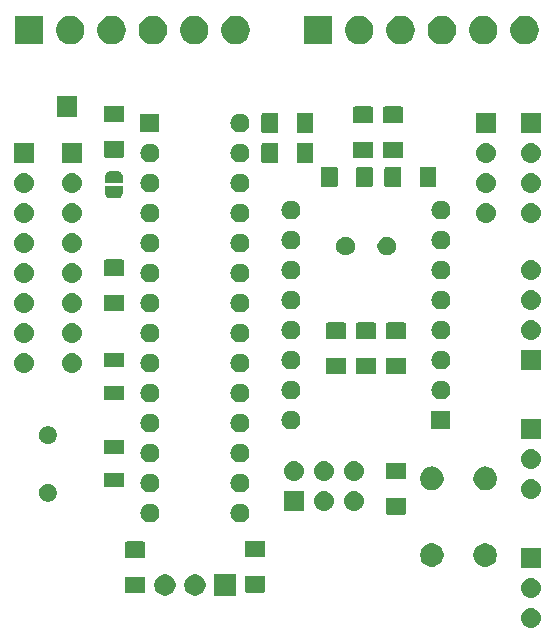
<source format=gbr>
G04 #@! TF.GenerationSoftware,KiCad,Pcbnew,5.0.2-bee76a0~70~ubuntu16.04.1*
G04 #@! TF.CreationDate,2019-03-04T23:23:01-05:00*
G04 #@! TF.ProjectId,Unified,556e6966-6965-4642-9e6b-696361645f70,rev?*
G04 #@! TF.SameCoordinates,Original*
G04 #@! TF.FileFunction,Soldermask,Top*
G04 #@! TF.FilePolarity,Negative*
%FSLAX46Y46*%
G04 Gerber Fmt 4.6, Leading zero omitted, Abs format (unit mm)*
G04 Created by KiCad (PCBNEW 5.0.2-bee76a0~70~ubuntu16.04.1) date Mon 04 Mar 2019 11:23:01 PM EST*
%MOMM*%
%LPD*%
G01*
G04 APERTURE LIST*
%ADD10C,0.100000*%
G04 APERTURE END LIST*
D10*
G36*
X123864630Y-110414299D02*
X124024855Y-110462903D01*
X124172520Y-110541831D01*
X124301949Y-110648051D01*
X124408169Y-110777480D01*
X124487097Y-110925145D01*
X124535701Y-111085370D01*
X124552112Y-111252000D01*
X124535701Y-111418630D01*
X124487097Y-111578855D01*
X124408169Y-111726520D01*
X124301949Y-111855949D01*
X124172520Y-111962169D01*
X124024855Y-112041097D01*
X123864630Y-112089701D01*
X123739752Y-112102000D01*
X123656248Y-112102000D01*
X123531370Y-112089701D01*
X123371145Y-112041097D01*
X123223480Y-111962169D01*
X123094051Y-111855949D01*
X122987831Y-111726520D01*
X122908903Y-111578855D01*
X122860299Y-111418630D01*
X122843888Y-111252000D01*
X122860299Y-111085370D01*
X122908903Y-110925145D01*
X122987831Y-110777480D01*
X123094051Y-110648051D01*
X123223480Y-110541831D01*
X123371145Y-110462903D01*
X123531370Y-110414299D01*
X123656248Y-110402000D01*
X123739752Y-110402000D01*
X123864630Y-110414299D01*
X123864630Y-110414299D01*
G37*
G36*
X123864630Y-107874299D02*
X124024855Y-107922903D01*
X124172520Y-108001831D01*
X124301949Y-108108051D01*
X124408169Y-108237480D01*
X124487097Y-108385145D01*
X124535701Y-108545370D01*
X124552112Y-108712000D01*
X124535701Y-108878630D01*
X124487097Y-109038855D01*
X124408169Y-109186520D01*
X124301949Y-109315949D01*
X124172520Y-109422169D01*
X124024855Y-109501097D01*
X123864630Y-109549701D01*
X123739752Y-109562000D01*
X123656248Y-109562000D01*
X123531370Y-109549701D01*
X123371145Y-109501097D01*
X123223480Y-109422169D01*
X123094051Y-109315949D01*
X122987831Y-109186520D01*
X122908903Y-109038855D01*
X122860299Y-108878630D01*
X122843888Y-108712000D01*
X122860299Y-108545370D01*
X122908903Y-108385145D01*
X122987831Y-108237480D01*
X123094051Y-108108051D01*
X123223480Y-108001831D01*
X123371145Y-107922903D01*
X123531370Y-107874299D01*
X123656248Y-107862000D01*
X123739752Y-107862000D01*
X123864630Y-107874299D01*
X123864630Y-107874299D01*
G37*
G36*
X95512521Y-107592586D02*
X95676309Y-107660429D01*
X95823720Y-107758926D01*
X95949074Y-107884280D01*
X96047571Y-108031691D01*
X96115414Y-108195479D01*
X96150000Y-108369356D01*
X96150000Y-108546644D01*
X96115414Y-108720521D01*
X96047571Y-108884309D01*
X95949074Y-109031720D01*
X95823720Y-109157074D01*
X95676309Y-109255571D01*
X95512521Y-109323414D01*
X95338644Y-109358000D01*
X95161356Y-109358000D01*
X94987479Y-109323414D01*
X94823691Y-109255571D01*
X94676280Y-109157074D01*
X94550926Y-109031720D01*
X94452429Y-108884309D01*
X94384586Y-108720521D01*
X94350000Y-108546644D01*
X94350000Y-108369356D01*
X94384586Y-108195479D01*
X94452429Y-108031691D01*
X94550926Y-107884280D01*
X94676280Y-107758926D01*
X94823691Y-107660429D01*
X94987479Y-107592586D01*
X95161356Y-107558000D01*
X95338644Y-107558000D01*
X95512521Y-107592586D01*
X95512521Y-107592586D01*
G37*
G36*
X98690000Y-109358000D02*
X96890000Y-109358000D01*
X96890000Y-107558000D01*
X98690000Y-107558000D01*
X98690000Y-109358000D01*
X98690000Y-109358000D01*
G37*
G36*
X92972521Y-107592586D02*
X93136309Y-107660429D01*
X93283720Y-107758926D01*
X93409074Y-107884280D01*
X93507571Y-108031691D01*
X93575414Y-108195479D01*
X93610000Y-108369356D01*
X93610000Y-108546644D01*
X93575414Y-108720521D01*
X93507571Y-108884309D01*
X93409074Y-109031720D01*
X93283720Y-109157074D01*
X93136309Y-109255571D01*
X92972521Y-109323414D01*
X92798644Y-109358000D01*
X92621356Y-109358000D01*
X92447479Y-109323414D01*
X92283691Y-109255571D01*
X92136280Y-109157074D01*
X92010926Y-109031720D01*
X91912429Y-108884309D01*
X91844586Y-108720521D01*
X91810000Y-108546644D01*
X91810000Y-108369356D01*
X91844586Y-108195479D01*
X91912429Y-108031691D01*
X92010926Y-107884280D01*
X92136280Y-107758926D01*
X92283691Y-107660429D01*
X92447479Y-107592586D01*
X92621356Y-107558000D01*
X92798644Y-107558000D01*
X92972521Y-107592586D01*
X92972521Y-107592586D01*
G37*
G36*
X90908964Y-107749337D02*
X90940528Y-107758912D01*
X90969617Y-107774460D01*
X90995114Y-107795386D01*
X91016040Y-107820883D01*
X91031588Y-107849972D01*
X91041163Y-107881536D01*
X91045000Y-107920498D01*
X91045000Y-108995502D01*
X91041163Y-109034464D01*
X91031588Y-109066028D01*
X91016040Y-109095117D01*
X90995114Y-109120614D01*
X90969617Y-109141540D01*
X90940528Y-109157088D01*
X90908964Y-109166663D01*
X90870002Y-109170500D01*
X89469998Y-109170500D01*
X89431036Y-109166663D01*
X89399472Y-109157088D01*
X89370383Y-109141540D01*
X89344886Y-109120614D01*
X89323960Y-109095117D01*
X89308412Y-109066028D01*
X89298837Y-109034464D01*
X89295000Y-108995502D01*
X89295000Y-107920498D01*
X89298837Y-107881536D01*
X89308412Y-107849972D01*
X89323960Y-107820883D01*
X89344886Y-107795386D01*
X89370383Y-107774460D01*
X89399472Y-107758912D01*
X89431036Y-107749337D01*
X89469998Y-107745500D01*
X90870002Y-107745500D01*
X90908964Y-107749337D01*
X90908964Y-107749337D01*
G37*
G36*
X101068964Y-107676337D02*
X101100528Y-107685912D01*
X101129617Y-107701460D01*
X101155114Y-107722386D01*
X101176040Y-107747883D01*
X101191588Y-107776972D01*
X101201163Y-107808536D01*
X101205000Y-107847498D01*
X101205000Y-108922502D01*
X101201163Y-108961464D01*
X101191588Y-108993028D01*
X101176040Y-109022117D01*
X101155114Y-109047614D01*
X101129617Y-109068540D01*
X101100528Y-109084088D01*
X101068964Y-109093663D01*
X101030002Y-109097500D01*
X99629998Y-109097500D01*
X99591036Y-109093663D01*
X99559472Y-109084088D01*
X99530383Y-109068540D01*
X99504886Y-109047614D01*
X99483960Y-109022117D01*
X99468412Y-108993028D01*
X99458837Y-108961464D01*
X99455000Y-108922502D01*
X99455000Y-107847498D01*
X99458837Y-107808536D01*
X99468412Y-107776972D01*
X99483960Y-107747883D01*
X99504886Y-107722386D01*
X99530383Y-107701460D01*
X99559472Y-107685912D01*
X99591036Y-107676337D01*
X99629998Y-107672500D01*
X101030002Y-107672500D01*
X101068964Y-107676337D01*
X101068964Y-107676337D01*
G37*
G36*
X124548000Y-107022000D02*
X122848000Y-107022000D01*
X122848000Y-105322000D01*
X124548000Y-105322000D01*
X124548000Y-107022000D01*
X124548000Y-107022000D01*
G37*
G36*
X115491770Y-104933372D02*
X115607689Y-104956429D01*
X115789678Y-105031811D01*
X115953463Y-105141249D01*
X116092751Y-105280537D01*
X116202189Y-105444322D01*
X116277571Y-105626311D01*
X116300628Y-105742230D01*
X116316000Y-105819507D01*
X116316000Y-106016493D01*
X116311091Y-106041171D01*
X116277571Y-106209689D01*
X116202189Y-106391678D01*
X116092751Y-106555463D01*
X115953463Y-106694751D01*
X115789678Y-106804189D01*
X115607689Y-106879571D01*
X115491770Y-106902628D01*
X115414493Y-106918000D01*
X115217507Y-106918000D01*
X115140230Y-106902628D01*
X115024311Y-106879571D01*
X114842322Y-106804189D01*
X114678537Y-106694751D01*
X114539249Y-106555463D01*
X114429811Y-106391678D01*
X114354429Y-106209689D01*
X114320909Y-106041171D01*
X114316000Y-106016493D01*
X114316000Y-105819507D01*
X114331372Y-105742230D01*
X114354429Y-105626311D01*
X114429811Y-105444322D01*
X114539249Y-105280537D01*
X114678537Y-105141249D01*
X114842322Y-105031811D01*
X115024311Y-104956429D01*
X115140230Y-104933372D01*
X115217507Y-104918000D01*
X115414493Y-104918000D01*
X115491770Y-104933372D01*
X115491770Y-104933372D01*
G37*
G36*
X119991770Y-104933372D02*
X120107689Y-104956429D01*
X120289678Y-105031811D01*
X120453463Y-105141249D01*
X120592751Y-105280537D01*
X120702189Y-105444322D01*
X120777571Y-105626311D01*
X120800628Y-105742230D01*
X120816000Y-105819507D01*
X120816000Y-106016493D01*
X120811091Y-106041171D01*
X120777571Y-106209689D01*
X120702189Y-106391678D01*
X120592751Y-106555463D01*
X120453463Y-106694751D01*
X120289678Y-106804189D01*
X120107689Y-106879571D01*
X119991770Y-106902628D01*
X119914493Y-106918000D01*
X119717507Y-106918000D01*
X119640230Y-106902628D01*
X119524311Y-106879571D01*
X119342322Y-106804189D01*
X119178537Y-106694751D01*
X119039249Y-106555463D01*
X118929811Y-106391678D01*
X118854429Y-106209689D01*
X118820909Y-106041171D01*
X118816000Y-106016493D01*
X118816000Y-105819507D01*
X118831372Y-105742230D01*
X118854429Y-105626311D01*
X118929811Y-105444322D01*
X119039249Y-105280537D01*
X119178537Y-105141249D01*
X119342322Y-105031811D01*
X119524311Y-104956429D01*
X119640230Y-104933372D01*
X119717507Y-104918000D01*
X119914493Y-104918000D01*
X119991770Y-104933372D01*
X119991770Y-104933372D01*
G37*
G36*
X90908964Y-104774337D02*
X90940528Y-104783912D01*
X90969617Y-104799460D01*
X90995114Y-104820386D01*
X91016040Y-104845883D01*
X91031588Y-104874972D01*
X91041163Y-104906536D01*
X91045000Y-104945498D01*
X91045000Y-106020502D01*
X91041163Y-106059464D01*
X91031588Y-106091028D01*
X91016040Y-106120117D01*
X90995114Y-106145614D01*
X90969617Y-106166540D01*
X90940528Y-106182088D01*
X90908964Y-106191663D01*
X90870002Y-106195500D01*
X89469998Y-106195500D01*
X89431036Y-106191663D01*
X89399472Y-106182088D01*
X89370383Y-106166540D01*
X89344886Y-106145614D01*
X89323960Y-106120117D01*
X89308412Y-106091028D01*
X89298837Y-106059464D01*
X89295000Y-106020502D01*
X89295000Y-104945498D01*
X89298837Y-104906536D01*
X89308412Y-104874972D01*
X89323960Y-104845883D01*
X89344886Y-104820386D01*
X89370383Y-104799460D01*
X89399472Y-104783912D01*
X89431036Y-104774337D01*
X89469998Y-104770500D01*
X90870002Y-104770500D01*
X90908964Y-104774337D01*
X90908964Y-104774337D01*
G37*
G36*
X101068964Y-104701337D02*
X101100528Y-104710912D01*
X101129617Y-104726460D01*
X101155114Y-104747386D01*
X101176040Y-104772883D01*
X101191588Y-104801972D01*
X101201163Y-104833536D01*
X101205000Y-104872498D01*
X101205000Y-105947502D01*
X101201163Y-105986464D01*
X101191588Y-106018028D01*
X101176040Y-106047117D01*
X101155114Y-106072614D01*
X101129617Y-106093540D01*
X101100528Y-106109088D01*
X101068964Y-106118663D01*
X101030002Y-106122500D01*
X99629998Y-106122500D01*
X99591036Y-106118663D01*
X99559472Y-106109088D01*
X99530383Y-106093540D01*
X99504886Y-106072614D01*
X99483960Y-106047117D01*
X99468412Y-106018028D01*
X99458837Y-105986464D01*
X99455000Y-105947502D01*
X99455000Y-104872498D01*
X99458837Y-104833536D01*
X99468412Y-104801972D01*
X99483960Y-104772883D01*
X99504886Y-104747386D01*
X99530383Y-104726460D01*
X99559472Y-104710912D01*
X99591036Y-104701337D01*
X99629998Y-104697500D01*
X101030002Y-104697500D01*
X101068964Y-104701337D01*
X101068964Y-104701337D01*
G37*
G36*
X91557649Y-101569717D02*
X91596827Y-101573576D01*
X91672228Y-101596449D01*
X91747629Y-101619321D01*
X91886608Y-101693608D01*
X92008422Y-101793578D01*
X92108392Y-101915392D01*
X92182679Y-102054371D01*
X92182679Y-102054372D01*
X92228424Y-102205173D01*
X92239586Y-102318502D01*
X92243870Y-102362000D01*
X92228424Y-102518826D01*
X92182679Y-102669629D01*
X92108392Y-102808608D01*
X92008422Y-102930422D01*
X91886608Y-103030392D01*
X91747629Y-103104679D01*
X91672227Y-103127552D01*
X91596827Y-103150424D01*
X91557649Y-103154283D01*
X91479295Y-103162000D01*
X91400705Y-103162000D01*
X91322351Y-103154283D01*
X91283173Y-103150424D01*
X91207773Y-103127552D01*
X91132371Y-103104679D01*
X90993392Y-103030392D01*
X90871578Y-102930422D01*
X90771608Y-102808608D01*
X90697321Y-102669629D01*
X90651576Y-102518826D01*
X90636130Y-102362000D01*
X90640414Y-102318502D01*
X90651576Y-102205173D01*
X90697321Y-102054372D01*
X90697321Y-102054371D01*
X90771608Y-101915392D01*
X90871578Y-101793578D01*
X90993392Y-101693608D01*
X91132371Y-101619321D01*
X91207772Y-101596449D01*
X91283173Y-101573576D01*
X91322351Y-101569717D01*
X91400705Y-101562000D01*
X91479295Y-101562000D01*
X91557649Y-101569717D01*
X91557649Y-101569717D01*
G37*
G36*
X99177649Y-101569717D02*
X99216827Y-101573576D01*
X99292228Y-101596449D01*
X99367629Y-101619321D01*
X99506608Y-101693608D01*
X99628422Y-101793578D01*
X99728392Y-101915392D01*
X99802679Y-102054371D01*
X99802679Y-102054372D01*
X99848424Y-102205173D01*
X99859586Y-102318502D01*
X99863870Y-102362000D01*
X99848424Y-102518826D01*
X99802679Y-102669629D01*
X99728392Y-102808608D01*
X99628422Y-102930422D01*
X99506608Y-103030392D01*
X99367629Y-103104679D01*
X99292227Y-103127552D01*
X99216827Y-103150424D01*
X99177649Y-103154283D01*
X99099295Y-103162000D01*
X99020705Y-103162000D01*
X98942351Y-103154283D01*
X98903173Y-103150424D01*
X98827773Y-103127552D01*
X98752371Y-103104679D01*
X98613392Y-103030392D01*
X98491578Y-102930422D01*
X98391608Y-102808608D01*
X98317321Y-102669629D01*
X98271576Y-102518826D01*
X98256130Y-102362000D01*
X98260414Y-102318502D01*
X98271576Y-102205173D01*
X98317321Y-102054372D01*
X98317321Y-102054371D01*
X98391608Y-101915392D01*
X98491578Y-101793578D01*
X98613392Y-101693608D01*
X98752371Y-101619321D01*
X98827772Y-101596449D01*
X98903173Y-101573576D01*
X98942351Y-101569717D01*
X99020705Y-101562000D01*
X99099295Y-101562000D01*
X99177649Y-101569717D01*
X99177649Y-101569717D01*
G37*
G36*
X113006964Y-101072337D02*
X113038528Y-101081912D01*
X113067617Y-101097460D01*
X113093114Y-101118386D01*
X113114040Y-101143883D01*
X113129588Y-101172972D01*
X113139163Y-101204536D01*
X113143000Y-101243498D01*
X113143000Y-102318502D01*
X113139163Y-102357464D01*
X113129588Y-102389028D01*
X113114040Y-102418117D01*
X113093114Y-102443614D01*
X113067617Y-102464540D01*
X113038528Y-102480088D01*
X113006964Y-102489663D01*
X112968002Y-102493500D01*
X111567998Y-102493500D01*
X111529036Y-102489663D01*
X111497472Y-102480088D01*
X111468383Y-102464540D01*
X111442886Y-102443614D01*
X111421960Y-102418117D01*
X111406412Y-102389028D01*
X111396837Y-102357464D01*
X111393000Y-102318502D01*
X111393000Y-101243498D01*
X111396837Y-101204536D01*
X111406412Y-101172972D01*
X111421960Y-101143883D01*
X111442886Y-101118386D01*
X111468383Y-101097460D01*
X111497472Y-101081912D01*
X111529036Y-101072337D01*
X111567998Y-101068500D01*
X112968002Y-101068500D01*
X113006964Y-101072337D01*
X113006964Y-101072337D01*
G37*
G36*
X106338630Y-100508299D02*
X106498855Y-100556903D01*
X106646520Y-100635831D01*
X106775949Y-100742051D01*
X106882169Y-100871480D01*
X106961097Y-101019145D01*
X107009701Y-101179370D01*
X107026112Y-101346000D01*
X107009701Y-101512630D01*
X106961097Y-101672855D01*
X106882169Y-101820520D01*
X106775949Y-101949949D01*
X106646520Y-102056169D01*
X106498855Y-102135097D01*
X106338630Y-102183701D01*
X106213752Y-102196000D01*
X106130248Y-102196000D01*
X106005370Y-102183701D01*
X105845145Y-102135097D01*
X105697480Y-102056169D01*
X105568051Y-101949949D01*
X105461831Y-101820520D01*
X105382903Y-101672855D01*
X105334299Y-101512630D01*
X105317888Y-101346000D01*
X105334299Y-101179370D01*
X105382903Y-101019145D01*
X105461831Y-100871480D01*
X105568051Y-100742051D01*
X105697480Y-100635831D01*
X105845145Y-100556903D01*
X106005370Y-100508299D01*
X106130248Y-100496000D01*
X106213752Y-100496000D01*
X106338630Y-100508299D01*
X106338630Y-100508299D01*
G37*
G36*
X104482000Y-102196000D02*
X102782000Y-102196000D01*
X102782000Y-100496000D01*
X104482000Y-100496000D01*
X104482000Y-102196000D01*
X104482000Y-102196000D01*
G37*
G36*
X108878630Y-100508299D02*
X109038855Y-100556903D01*
X109186520Y-100635831D01*
X109315949Y-100742051D01*
X109422169Y-100871480D01*
X109501097Y-101019145D01*
X109549701Y-101179370D01*
X109566112Y-101346000D01*
X109549701Y-101512630D01*
X109501097Y-101672855D01*
X109422169Y-101820520D01*
X109315949Y-101949949D01*
X109186520Y-102056169D01*
X109038855Y-102135097D01*
X108878630Y-102183701D01*
X108753752Y-102196000D01*
X108670248Y-102196000D01*
X108545370Y-102183701D01*
X108385145Y-102135097D01*
X108237480Y-102056169D01*
X108108051Y-101949949D01*
X108001831Y-101820520D01*
X107922903Y-101672855D01*
X107874299Y-101512630D01*
X107857888Y-101346000D01*
X107874299Y-101179370D01*
X107922903Y-101019145D01*
X108001831Y-100871480D01*
X108108051Y-100742051D01*
X108237480Y-100635831D01*
X108385145Y-100556903D01*
X108545370Y-100508299D01*
X108670248Y-100496000D01*
X108753752Y-100496000D01*
X108878630Y-100508299D01*
X108878630Y-100508299D01*
G37*
G36*
X82896360Y-99891678D02*
X83022767Y-99916822D01*
X83079303Y-99940240D01*
X83159257Y-99973358D01*
X83282100Y-100055439D01*
X83386561Y-100159900D01*
X83468642Y-100282743D01*
X83525178Y-100419234D01*
X83554000Y-100564130D01*
X83554000Y-100711870D01*
X83547996Y-100742052D01*
X83525178Y-100856767D01*
X83519083Y-100871481D01*
X83468642Y-100993257D01*
X83386561Y-101116100D01*
X83282100Y-101220561D01*
X83159257Y-101302642D01*
X83079303Y-101335760D01*
X83022767Y-101359178D01*
X82950318Y-101373589D01*
X82877870Y-101388000D01*
X82730130Y-101388000D01*
X82657682Y-101373589D01*
X82585233Y-101359178D01*
X82528697Y-101335760D01*
X82448743Y-101302642D01*
X82325900Y-101220561D01*
X82221439Y-101116100D01*
X82139358Y-100993257D01*
X82088917Y-100871481D01*
X82082822Y-100856767D01*
X82060004Y-100742052D01*
X82054000Y-100711870D01*
X82054000Y-100564130D01*
X82082822Y-100419234D01*
X82139358Y-100282743D01*
X82221439Y-100159900D01*
X82325900Y-100055439D01*
X82448743Y-99973358D01*
X82528697Y-99940240D01*
X82585233Y-99916822D01*
X82711640Y-99891678D01*
X82730130Y-99888000D01*
X82877870Y-99888000D01*
X82896360Y-99891678D01*
X82896360Y-99891678D01*
G37*
G36*
X123864630Y-99492299D02*
X124024855Y-99540903D01*
X124172520Y-99619831D01*
X124301949Y-99726051D01*
X124408169Y-99855480D01*
X124487097Y-100003145D01*
X124535701Y-100163370D01*
X124552112Y-100330000D01*
X124535701Y-100496630D01*
X124487097Y-100656855D01*
X124408169Y-100804520D01*
X124301949Y-100933949D01*
X124172520Y-101040169D01*
X124024855Y-101119097D01*
X123864630Y-101167701D01*
X123739752Y-101180000D01*
X123656248Y-101180000D01*
X123531370Y-101167701D01*
X123371145Y-101119097D01*
X123223480Y-101040169D01*
X123094051Y-100933949D01*
X122987831Y-100804520D01*
X122908903Y-100656855D01*
X122860299Y-100496630D01*
X122843888Y-100330000D01*
X122860299Y-100163370D01*
X122908903Y-100003145D01*
X122987831Y-99855480D01*
X123094051Y-99726051D01*
X123223480Y-99619831D01*
X123371145Y-99540903D01*
X123531370Y-99492299D01*
X123656248Y-99480000D01*
X123739752Y-99480000D01*
X123864630Y-99492299D01*
X123864630Y-99492299D01*
G37*
G36*
X91557649Y-99029717D02*
X91596827Y-99033576D01*
X91664509Y-99054107D01*
X91747629Y-99079321D01*
X91886608Y-99153608D01*
X92008422Y-99253578D01*
X92108392Y-99375392D01*
X92182679Y-99514371D01*
X92190727Y-99540903D01*
X92228424Y-99665173D01*
X92243870Y-99822000D01*
X92228424Y-99978827D01*
X92206220Y-100052024D01*
X92182679Y-100129629D01*
X92108392Y-100268608D01*
X92008422Y-100390422D01*
X91886608Y-100490392D01*
X91747629Y-100564679D01*
X91672228Y-100587551D01*
X91596827Y-100610424D01*
X91557649Y-100614283D01*
X91479295Y-100622000D01*
X91400705Y-100622000D01*
X91322351Y-100614283D01*
X91283173Y-100610424D01*
X91207772Y-100587551D01*
X91132371Y-100564679D01*
X90993392Y-100490392D01*
X90871578Y-100390422D01*
X90771608Y-100268608D01*
X90697321Y-100129629D01*
X90673780Y-100052024D01*
X90651576Y-99978827D01*
X90636130Y-99822000D01*
X90651576Y-99665173D01*
X90689273Y-99540903D01*
X90697321Y-99514371D01*
X90771608Y-99375392D01*
X90871578Y-99253578D01*
X90993392Y-99153608D01*
X91132371Y-99079321D01*
X91215491Y-99054107D01*
X91283173Y-99033576D01*
X91322351Y-99029717D01*
X91400705Y-99022000D01*
X91479295Y-99022000D01*
X91557649Y-99029717D01*
X91557649Y-99029717D01*
G37*
G36*
X99177649Y-99029717D02*
X99216827Y-99033576D01*
X99284509Y-99054107D01*
X99367629Y-99079321D01*
X99506608Y-99153608D01*
X99628422Y-99253578D01*
X99728392Y-99375392D01*
X99802679Y-99514371D01*
X99810727Y-99540903D01*
X99848424Y-99665173D01*
X99863870Y-99822000D01*
X99848424Y-99978827D01*
X99826220Y-100052024D01*
X99802679Y-100129629D01*
X99728392Y-100268608D01*
X99628422Y-100390422D01*
X99506608Y-100490392D01*
X99367629Y-100564679D01*
X99292228Y-100587551D01*
X99216827Y-100610424D01*
X99177649Y-100614283D01*
X99099295Y-100622000D01*
X99020705Y-100622000D01*
X98942351Y-100614283D01*
X98903173Y-100610424D01*
X98827772Y-100587551D01*
X98752371Y-100564679D01*
X98613392Y-100490392D01*
X98491578Y-100390422D01*
X98391608Y-100268608D01*
X98317321Y-100129629D01*
X98293780Y-100052024D01*
X98271576Y-99978827D01*
X98256130Y-99822000D01*
X98271576Y-99665173D01*
X98309273Y-99540903D01*
X98317321Y-99514371D01*
X98391608Y-99375392D01*
X98491578Y-99253578D01*
X98613392Y-99153608D01*
X98752371Y-99079321D01*
X98835491Y-99054107D01*
X98903173Y-99033576D01*
X98942351Y-99029717D01*
X99020705Y-99022000D01*
X99099295Y-99022000D01*
X99177649Y-99029717D01*
X99177649Y-99029717D01*
G37*
G36*
X119991770Y-98433372D02*
X120107689Y-98456429D01*
X120289678Y-98531811D01*
X120453463Y-98641249D01*
X120592751Y-98780537D01*
X120702189Y-98944322D01*
X120777571Y-99126311D01*
X120790836Y-99193000D01*
X120816000Y-99319507D01*
X120816000Y-99516493D01*
X120811144Y-99540903D01*
X120777571Y-99709689D01*
X120702189Y-99891678D01*
X120592751Y-100055463D01*
X120453463Y-100194751D01*
X120289678Y-100304189D01*
X120107689Y-100379571D01*
X119991770Y-100402628D01*
X119914493Y-100418000D01*
X119717507Y-100418000D01*
X119640230Y-100402628D01*
X119524311Y-100379571D01*
X119342322Y-100304189D01*
X119178537Y-100194751D01*
X119039249Y-100055463D01*
X118929811Y-99891678D01*
X118854429Y-99709689D01*
X118820856Y-99540903D01*
X118816000Y-99516493D01*
X118816000Y-99319507D01*
X118841164Y-99193000D01*
X118854429Y-99126311D01*
X118929811Y-98944322D01*
X119039249Y-98780537D01*
X119178537Y-98641249D01*
X119342322Y-98531811D01*
X119524311Y-98456429D01*
X119640230Y-98433372D01*
X119717507Y-98418000D01*
X119914493Y-98418000D01*
X119991770Y-98433372D01*
X119991770Y-98433372D01*
G37*
G36*
X115491770Y-98433372D02*
X115607689Y-98456429D01*
X115789678Y-98531811D01*
X115953463Y-98641249D01*
X116092751Y-98780537D01*
X116202189Y-98944322D01*
X116277571Y-99126311D01*
X116290836Y-99193000D01*
X116316000Y-99319507D01*
X116316000Y-99516493D01*
X116311144Y-99540903D01*
X116277571Y-99709689D01*
X116202189Y-99891678D01*
X116092751Y-100055463D01*
X115953463Y-100194751D01*
X115789678Y-100304189D01*
X115607689Y-100379571D01*
X115491770Y-100402628D01*
X115414493Y-100418000D01*
X115217507Y-100418000D01*
X115140230Y-100402628D01*
X115024311Y-100379571D01*
X114842322Y-100304189D01*
X114678537Y-100194751D01*
X114539249Y-100055463D01*
X114429811Y-99891678D01*
X114354429Y-99709689D01*
X114320856Y-99540903D01*
X114316000Y-99516493D01*
X114316000Y-99319507D01*
X114341164Y-99193000D01*
X114354429Y-99126311D01*
X114429811Y-98944322D01*
X114539249Y-98780537D01*
X114678537Y-98641249D01*
X114842322Y-98531811D01*
X115024311Y-98456429D01*
X115140230Y-98433372D01*
X115217507Y-98418000D01*
X115414493Y-98418000D01*
X115491770Y-98433372D01*
X115491770Y-98433372D01*
G37*
G36*
X89126024Y-98946955D02*
X89158736Y-98956879D01*
X89188890Y-98972997D01*
X89215316Y-98994684D01*
X89237003Y-99021110D01*
X89253121Y-99051264D01*
X89263045Y-99083976D01*
X89267000Y-99124138D01*
X89267000Y-100011862D01*
X89263045Y-100052024D01*
X89253121Y-100084736D01*
X89237003Y-100114890D01*
X89215316Y-100141316D01*
X89188890Y-100163003D01*
X89158736Y-100179121D01*
X89126024Y-100189045D01*
X89085862Y-100193000D01*
X87698138Y-100193000D01*
X87657976Y-100189045D01*
X87625264Y-100179121D01*
X87595110Y-100163003D01*
X87568684Y-100141316D01*
X87546997Y-100114890D01*
X87530879Y-100084736D01*
X87520955Y-100052024D01*
X87517000Y-100011862D01*
X87517000Y-99124138D01*
X87520955Y-99083976D01*
X87530879Y-99051264D01*
X87546997Y-99021110D01*
X87568684Y-98994684D01*
X87595110Y-98972997D01*
X87625264Y-98956879D01*
X87657976Y-98946955D01*
X87698138Y-98943000D01*
X89085862Y-98943000D01*
X89126024Y-98946955D01*
X89126024Y-98946955D01*
G37*
G36*
X108878630Y-97968299D02*
X109038855Y-98016903D01*
X109186520Y-98095831D01*
X109315949Y-98202051D01*
X109422169Y-98331480D01*
X109501097Y-98479145D01*
X109549701Y-98639370D01*
X109566112Y-98806000D01*
X109549701Y-98972630D01*
X109501097Y-99132855D01*
X109422169Y-99280520D01*
X109315949Y-99409949D01*
X109186520Y-99516169D01*
X109038855Y-99595097D01*
X108878630Y-99643701D01*
X108753752Y-99656000D01*
X108670248Y-99656000D01*
X108545370Y-99643701D01*
X108385145Y-99595097D01*
X108237480Y-99516169D01*
X108108051Y-99409949D01*
X108001831Y-99280520D01*
X107922903Y-99132855D01*
X107874299Y-98972630D01*
X107857888Y-98806000D01*
X107874299Y-98639370D01*
X107922903Y-98479145D01*
X108001831Y-98331480D01*
X108108051Y-98202051D01*
X108237480Y-98095831D01*
X108385145Y-98016903D01*
X108545370Y-97968299D01*
X108670248Y-97956000D01*
X108753752Y-97956000D01*
X108878630Y-97968299D01*
X108878630Y-97968299D01*
G37*
G36*
X106338630Y-97968299D02*
X106498855Y-98016903D01*
X106646520Y-98095831D01*
X106775949Y-98202051D01*
X106882169Y-98331480D01*
X106961097Y-98479145D01*
X107009701Y-98639370D01*
X107026112Y-98806000D01*
X107009701Y-98972630D01*
X106961097Y-99132855D01*
X106882169Y-99280520D01*
X106775949Y-99409949D01*
X106646520Y-99516169D01*
X106498855Y-99595097D01*
X106338630Y-99643701D01*
X106213752Y-99656000D01*
X106130248Y-99656000D01*
X106005370Y-99643701D01*
X105845145Y-99595097D01*
X105697480Y-99516169D01*
X105568051Y-99409949D01*
X105461831Y-99280520D01*
X105382903Y-99132855D01*
X105334299Y-98972630D01*
X105317888Y-98806000D01*
X105334299Y-98639370D01*
X105382903Y-98479145D01*
X105461831Y-98331480D01*
X105568051Y-98202051D01*
X105697480Y-98095831D01*
X105845145Y-98016903D01*
X106005370Y-97968299D01*
X106130248Y-97956000D01*
X106213752Y-97956000D01*
X106338630Y-97968299D01*
X106338630Y-97968299D01*
G37*
G36*
X103798630Y-97968299D02*
X103958855Y-98016903D01*
X104106520Y-98095831D01*
X104235949Y-98202051D01*
X104342169Y-98331480D01*
X104421097Y-98479145D01*
X104469701Y-98639370D01*
X104486112Y-98806000D01*
X104469701Y-98972630D01*
X104421097Y-99132855D01*
X104342169Y-99280520D01*
X104235949Y-99409949D01*
X104106520Y-99516169D01*
X103958855Y-99595097D01*
X103798630Y-99643701D01*
X103673752Y-99656000D01*
X103590248Y-99656000D01*
X103465370Y-99643701D01*
X103305145Y-99595097D01*
X103157480Y-99516169D01*
X103028051Y-99409949D01*
X102921831Y-99280520D01*
X102842903Y-99132855D01*
X102794299Y-98972630D01*
X102777888Y-98806000D01*
X102794299Y-98639370D01*
X102842903Y-98479145D01*
X102921831Y-98331480D01*
X103028051Y-98202051D01*
X103157480Y-98095831D01*
X103305145Y-98016903D01*
X103465370Y-97968299D01*
X103590248Y-97956000D01*
X103673752Y-97956000D01*
X103798630Y-97968299D01*
X103798630Y-97968299D01*
G37*
G36*
X113006964Y-98097337D02*
X113038528Y-98106912D01*
X113067617Y-98122460D01*
X113093114Y-98143386D01*
X113114040Y-98168883D01*
X113129588Y-98197972D01*
X113139163Y-98229536D01*
X113143000Y-98268498D01*
X113143000Y-99343502D01*
X113139163Y-99382464D01*
X113129588Y-99414028D01*
X113114040Y-99443117D01*
X113093114Y-99468614D01*
X113067617Y-99489540D01*
X113038528Y-99505088D01*
X113006964Y-99514663D01*
X112968002Y-99518500D01*
X111567998Y-99518500D01*
X111529036Y-99514663D01*
X111497472Y-99505088D01*
X111468383Y-99489540D01*
X111442886Y-99468614D01*
X111421960Y-99443117D01*
X111406412Y-99414028D01*
X111396837Y-99382464D01*
X111393000Y-99343502D01*
X111393000Y-98268498D01*
X111396837Y-98229536D01*
X111406412Y-98197972D01*
X111421960Y-98168883D01*
X111442886Y-98143386D01*
X111468383Y-98122460D01*
X111497472Y-98106912D01*
X111529036Y-98097337D01*
X111567998Y-98093500D01*
X112968002Y-98093500D01*
X113006964Y-98097337D01*
X113006964Y-98097337D01*
G37*
G36*
X123864630Y-96952299D02*
X124024855Y-97000903D01*
X124172520Y-97079831D01*
X124301949Y-97186051D01*
X124408169Y-97315480D01*
X124487097Y-97463145D01*
X124535701Y-97623370D01*
X124552112Y-97790000D01*
X124535701Y-97956630D01*
X124487097Y-98116855D01*
X124408169Y-98264520D01*
X124301949Y-98393949D01*
X124172520Y-98500169D01*
X124024855Y-98579097D01*
X123864630Y-98627701D01*
X123739752Y-98640000D01*
X123656248Y-98640000D01*
X123531370Y-98627701D01*
X123371145Y-98579097D01*
X123223480Y-98500169D01*
X123094051Y-98393949D01*
X122987831Y-98264520D01*
X122908903Y-98116855D01*
X122860299Y-97956630D01*
X122843888Y-97790000D01*
X122860299Y-97623370D01*
X122908903Y-97463145D01*
X122987831Y-97315480D01*
X123094051Y-97186051D01*
X123223480Y-97079831D01*
X123371145Y-97000903D01*
X123531370Y-96952299D01*
X123656248Y-96940000D01*
X123739752Y-96940000D01*
X123864630Y-96952299D01*
X123864630Y-96952299D01*
G37*
G36*
X91557649Y-96489717D02*
X91596827Y-96493576D01*
X91672227Y-96516448D01*
X91747629Y-96539321D01*
X91886608Y-96613608D01*
X92008422Y-96713578D01*
X92108392Y-96835392D01*
X92182679Y-96974371D01*
X92182679Y-96974372D01*
X92228424Y-97125173D01*
X92243870Y-97282000D01*
X92232938Y-97393000D01*
X92228424Y-97438826D01*
X92182679Y-97589629D01*
X92108392Y-97728608D01*
X92008422Y-97850422D01*
X91886608Y-97950392D01*
X91747629Y-98024679D01*
X91672228Y-98047551D01*
X91596827Y-98070424D01*
X91557649Y-98074283D01*
X91479295Y-98082000D01*
X91400705Y-98082000D01*
X91322351Y-98074283D01*
X91283173Y-98070424D01*
X91207772Y-98047551D01*
X91132371Y-98024679D01*
X90993392Y-97950392D01*
X90871578Y-97850422D01*
X90771608Y-97728608D01*
X90697321Y-97589629D01*
X90651576Y-97438826D01*
X90647063Y-97393000D01*
X90636130Y-97282000D01*
X90651576Y-97125173D01*
X90697321Y-96974372D01*
X90697321Y-96974371D01*
X90771608Y-96835392D01*
X90871578Y-96713578D01*
X90993392Y-96613608D01*
X91132371Y-96539321D01*
X91207773Y-96516448D01*
X91283173Y-96493576D01*
X91322351Y-96489717D01*
X91400705Y-96482000D01*
X91479295Y-96482000D01*
X91557649Y-96489717D01*
X91557649Y-96489717D01*
G37*
G36*
X99177649Y-96489717D02*
X99216827Y-96493576D01*
X99292227Y-96516448D01*
X99367629Y-96539321D01*
X99506608Y-96613608D01*
X99628422Y-96713578D01*
X99728392Y-96835392D01*
X99802679Y-96974371D01*
X99802679Y-96974372D01*
X99848424Y-97125173D01*
X99863870Y-97282000D01*
X99852938Y-97393000D01*
X99848424Y-97438826D01*
X99802679Y-97589629D01*
X99728392Y-97728608D01*
X99628422Y-97850422D01*
X99506608Y-97950392D01*
X99367629Y-98024679D01*
X99292228Y-98047551D01*
X99216827Y-98070424D01*
X99177649Y-98074283D01*
X99099295Y-98082000D01*
X99020705Y-98082000D01*
X98942351Y-98074283D01*
X98903173Y-98070424D01*
X98827772Y-98047551D01*
X98752371Y-98024679D01*
X98613392Y-97950392D01*
X98491578Y-97850422D01*
X98391608Y-97728608D01*
X98317321Y-97589629D01*
X98271576Y-97438826D01*
X98267063Y-97393000D01*
X98256130Y-97282000D01*
X98271576Y-97125173D01*
X98317321Y-96974372D01*
X98317321Y-96974371D01*
X98391608Y-96835392D01*
X98491578Y-96713578D01*
X98613392Y-96613608D01*
X98752371Y-96539321D01*
X98827773Y-96516448D01*
X98903173Y-96493576D01*
X98942351Y-96489717D01*
X99020705Y-96482000D01*
X99099295Y-96482000D01*
X99177649Y-96489717D01*
X99177649Y-96489717D01*
G37*
G36*
X89126024Y-96146955D02*
X89158736Y-96156879D01*
X89188890Y-96172997D01*
X89215316Y-96194684D01*
X89237003Y-96221110D01*
X89253121Y-96251264D01*
X89263045Y-96283976D01*
X89267000Y-96324138D01*
X89267000Y-97211862D01*
X89263045Y-97252024D01*
X89253121Y-97284736D01*
X89237003Y-97314890D01*
X89215316Y-97341316D01*
X89188890Y-97363003D01*
X89158736Y-97379121D01*
X89126024Y-97389045D01*
X89085862Y-97393000D01*
X87698138Y-97393000D01*
X87657976Y-97389045D01*
X87625264Y-97379121D01*
X87595110Y-97363003D01*
X87568684Y-97341316D01*
X87546997Y-97314890D01*
X87530879Y-97284736D01*
X87520955Y-97252024D01*
X87517000Y-97211862D01*
X87517000Y-96324138D01*
X87520955Y-96283976D01*
X87530879Y-96251264D01*
X87546997Y-96221110D01*
X87568684Y-96194684D01*
X87595110Y-96172997D01*
X87625264Y-96156879D01*
X87657976Y-96146955D01*
X87698138Y-96143000D01*
X89085862Y-96143000D01*
X89126024Y-96146955D01*
X89126024Y-96146955D01*
G37*
G36*
X82950318Y-95022411D02*
X83022767Y-95036822D01*
X83070085Y-95056422D01*
X83159257Y-95093358D01*
X83282100Y-95175439D01*
X83386561Y-95279900D01*
X83468642Y-95402743D01*
X83525178Y-95539234D01*
X83554000Y-95684130D01*
X83554000Y-95831870D01*
X83525178Y-95976766D01*
X83468642Y-96113257D01*
X83386561Y-96236100D01*
X83282100Y-96340561D01*
X83159257Y-96422642D01*
X83079303Y-96455760D01*
X83022767Y-96479178D01*
X82950383Y-96493576D01*
X82877870Y-96508000D01*
X82730130Y-96508000D01*
X82657617Y-96493576D01*
X82585233Y-96479178D01*
X82528697Y-96455760D01*
X82448743Y-96422642D01*
X82325900Y-96340561D01*
X82221439Y-96236100D01*
X82139358Y-96113257D01*
X82082822Y-95976766D01*
X82054000Y-95831870D01*
X82054000Y-95684130D01*
X82082822Y-95539234D01*
X82139358Y-95402743D01*
X82221439Y-95279900D01*
X82325900Y-95175439D01*
X82448743Y-95093358D01*
X82537915Y-95056422D01*
X82585233Y-95036822D01*
X82657682Y-95022411D01*
X82730130Y-95008000D01*
X82877870Y-95008000D01*
X82950318Y-95022411D01*
X82950318Y-95022411D01*
G37*
G36*
X124548000Y-96100000D02*
X122848000Y-96100000D01*
X122848000Y-94400000D01*
X124548000Y-94400000D01*
X124548000Y-96100000D01*
X124548000Y-96100000D01*
G37*
G36*
X99177649Y-93949717D02*
X99216827Y-93953576D01*
X99292228Y-93976449D01*
X99367629Y-93999321D01*
X99506608Y-94073608D01*
X99628422Y-94173578D01*
X99728392Y-94295392D01*
X99802679Y-94434371D01*
X99802679Y-94434372D01*
X99848424Y-94585173D01*
X99863870Y-94742000D01*
X99848424Y-94898827D01*
X99837570Y-94934608D01*
X99802679Y-95049629D01*
X99728392Y-95188608D01*
X99628422Y-95310422D01*
X99506608Y-95410392D01*
X99367629Y-95484679D01*
X99292228Y-95507551D01*
X99216827Y-95530424D01*
X99177649Y-95534283D01*
X99099295Y-95542000D01*
X99020705Y-95542000D01*
X98942351Y-95534283D01*
X98903173Y-95530424D01*
X98827772Y-95507551D01*
X98752371Y-95484679D01*
X98613392Y-95410392D01*
X98491578Y-95310422D01*
X98391608Y-95188608D01*
X98317321Y-95049629D01*
X98282430Y-94934608D01*
X98271576Y-94898827D01*
X98256130Y-94742000D01*
X98271576Y-94585173D01*
X98317321Y-94434372D01*
X98317321Y-94434371D01*
X98391608Y-94295392D01*
X98491578Y-94173578D01*
X98613392Y-94073608D01*
X98752371Y-93999321D01*
X98827772Y-93976449D01*
X98903173Y-93953576D01*
X98942351Y-93949717D01*
X99020705Y-93942000D01*
X99099295Y-93942000D01*
X99177649Y-93949717D01*
X99177649Y-93949717D01*
G37*
G36*
X91557649Y-93949717D02*
X91596827Y-93953576D01*
X91672228Y-93976449D01*
X91747629Y-93999321D01*
X91886608Y-94073608D01*
X92008422Y-94173578D01*
X92108392Y-94295392D01*
X92182679Y-94434371D01*
X92182679Y-94434372D01*
X92228424Y-94585173D01*
X92243870Y-94742000D01*
X92228424Y-94898827D01*
X92217570Y-94934608D01*
X92182679Y-95049629D01*
X92108392Y-95188608D01*
X92008422Y-95310422D01*
X91886608Y-95410392D01*
X91747629Y-95484679D01*
X91672228Y-95507551D01*
X91596827Y-95530424D01*
X91557649Y-95534283D01*
X91479295Y-95542000D01*
X91400705Y-95542000D01*
X91322351Y-95534283D01*
X91283173Y-95530424D01*
X91207772Y-95507551D01*
X91132371Y-95484679D01*
X90993392Y-95410392D01*
X90871578Y-95310422D01*
X90771608Y-95188608D01*
X90697321Y-95049629D01*
X90662430Y-94934608D01*
X90651576Y-94898827D01*
X90636130Y-94742000D01*
X90651576Y-94585173D01*
X90697321Y-94434372D01*
X90697321Y-94434371D01*
X90771608Y-94295392D01*
X90871578Y-94173578D01*
X90993392Y-94073608D01*
X91132371Y-93999321D01*
X91207772Y-93976449D01*
X91283173Y-93953576D01*
X91322351Y-93949717D01*
X91400705Y-93942000D01*
X91479295Y-93942000D01*
X91557649Y-93949717D01*
X91557649Y-93949717D01*
G37*
G36*
X103495649Y-93695717D02*
X103534827Y-93699576D01*
X103610228Y-93722449D01*
X103685629Y-93745321D01*
X103824608Y-93819608D01*
X103946422Y-93919578D01*
X104046392Y-94041392D01*
X104120679Y-94180371D01*
X104120679Y-94180372D01*
X104155571Y-94295394D01*
X104166424Y-94331174D01*
X104181870Y-94488000D01*
X104166424Y-94644826D01*
X104120679Y-94795629D01*
X104046392Y-94934608D01*
X103946422Y-95056422D01*
X103824608Y-95156392D01*
X103685629Y-95230679D01*
X103610228Y-95253551D01*
X103534827Y-95276424D01*
X103499534Y-95279900D01*
X103417295Y-95288000D01*
X103338705Y-95288000D01*
X103256466Y-95279900D01*
X103221173Y-95276424D01*
X103145772Y-95253551D01*
X103070371Y-95230679D01*
X102931392Y-95156392D01*
X102809578Y-95056422D01*
X102709608Y-94934608D01*
X102635321Y-94795629D01*
X102589576Y-94644826D01*
X102574130Y-94488000D01*
X102589576Y-94331174D01*
X102600430Y-94295394D01*
X102635321Y-94180372D01*
X102635321Y-94180371D01*
X102709608Y-94041392D01*
X102809578Y-93919578D01*
X102931392Y-93819608D01*
X103070371Y-93745321D01*
X103145772Y-93722449D01*
X103221173Y-93699576D01*
X103260351Y-93695717D01*
X103338705Y-93688000D01*
X103417295Y-93688000D01*
X103495649Y-93695717D01*
X103495649Y-93695717D01*
G37*
G36*
X116878000Y-95288000D02*
X115278000Y-95288000D01*
X115278000Y-93688000D01*
X116878000Y-93688000D01*
X116878000Y-95288000D01*
X116878000Y-95288000D01*
G37*
G36*
X91557649Y-91409717D02*
X91596827Y-91413576D01*
X91672228Y-91436449D01*
X91747629Y-91459321D01*
X91886608Y-91533608D01*
X92008422Y-91633578D01*
X92108392Y-91755392D01*
X92182679Y-91894371D01*
X92182679Y-91894372D01*
X92228424Y-92045173D01*
X92243870Y-92202000D01*
X92228424Y-92358827D01*
X92217570Y-92394608D01*
X92182679Y-92509629D01*
X92108392Y-92648608D01*
X92008422Y-92770422D01*
X91886608Y-92870392D01*
X91747629Y-92944679D01*
X91672227Y-92967552D01*
X91596827Y-92990424D01*
X91557649Y-92994283D01*
X91479295Y-93002000D01*
X91400705Y-93002000D01*
X91322351Y-92994283D01*
X91283173Y-92990424D01*
X91207773Y-92967552D01*
X91132371Y-92944679D01*
X90993392Y-92870392D01*
X90871578Y-92770422D01*
X90771608Y-92648608D01*
X90697321Y-92509629D01*
X90662430Y-92394608D01*
X90651576Y-92358827D01*
X90636130Y-92202000D01*
X90651576Y-92045173D01*
X90697321Y-91894372D01*
X90697321Y-91894371D01*
X90771608Y-91755392D01*
X90871578Y-91633578D01*
X90993392Y-91533608D01*
X91132371Y-91459321D01*
X91207772Y-91436449D01*
X91283173Y-91413576D01*
X91322351Y-91409717D01*
X91400705Y-91402000D01*
X91479295Y-91402000D01*
X91557649Y-91409717D01*
X91557649Y-91409717D01*
G37*
G36*
X99177649Y-91409717D02*
X99216827Y-91413576D01*
X99292228Y-91436449D01*
X99367629Y-91459321D01*
X99506608Y-91533608D01*
X99628422Y-91633578D01*
X99728392Y-91755392D01*
X99802679Y-91894371D01*
X99802679Y-91894372D01*
X99848424Y-92045173D01*
X99863870Y-92202000D01*
X99848424Y-92358827D01*
X99837570Y-92394608D01*
X99802679Y-92509629D01*
X99728392Y-92648608D01*
X99628422Y-92770422D01*
X99506608Y-92870392D01*
X99367629Y-92944679D01*
X99292227Y-92967552D01*
X99216827Y-92990424D01*
X99177649Y-92994283D01*
X99099295Y-93002000D01*
X99020705Y-93002000D01*
X98942351Y-92994283D01*
X98903173Y-92990424D01*
X98827773Y-92967552D01*
X98752371Y-92944679D01*
X98613392Y-92870392D01*
X98491578Y-92770422D01*
X98391608Y-92648608D01*
X98317321Y-92509629D01*
X98282430Y-92394608D01*
X98271576Y-92358827D01*
X98256130Y-92202000D01*
X98271576Y-92045173D01*
X98317321Y-91894372D01*
X98317321Y-91894371D01*
X98391608Y-91755392D01*
X98491578Y-91633578D01*
X98613392Y-91533608D01*
X98752371Y-91459321D01*
X98827772Y-91436449D01*
X98903173Y-91413576D01*
X98942351Y-91409717D01*
X99020705Y-91402000D01*
X99099295Y-91402000D01*
X99177649Y-91409717D01*
X99177649Y-91409717D01*
G37*
G36*
X89126024Y-91580955D02*
X89158736Y-91590879D01*
X89188890Y-91606997D01*
X89215316Y-91628684D01*
X89237003Y-91655110D01*
X89253121Y-91685264D01*
X89263045Y-91717976D01*
X89267000Y-91758138D01*
X89267000Y-92645862D01*
X89263045Y-92686024D01*
X89253121Y-92718736D01*
X89237003Y-92748890D01*
X89215316Y-92775316D01*
X89188890Y-92797003D01*
X89158736Y-92813121D01*
X89126024Y-92823045D01*
X89085862Y-92827000D01*
X87698138Y-92827000D01*
X87657976Y-92823045D01*
X87625264Y-92813121D01*
X87595110Y-92797003D01*
X87568684Y-92775316D01*
X87546997Y-92748890D01*
X87530879Y-92718736D01*
X87520955Y-92686024D01*
X87517000Y-92645862D01*
X87517000Y-91758138D01*
X87520955Y-91717976D01*
X87530879Y-91685264D01*
X87546997Y-91655110D01*
X87568684Y-91628684D01*
X87595110Y-91606997D01*
X87625264Y-91590879D01*
X87657976Y-91580955D01*
X87698138Y-91577000D01*
X89085862Y-91577000D01*
X89126024Y-91580955D01*
X89126024Y-91580955D01*
G37*
G36*
X103495649Y-91155717D02*
X103534827Y-91159576D01*
X103610227Y-91182448D01*
X103685629Y-91205321D01*
X103824608Y-91279608D01*
X103946422Y-91379578D01*
X104046392Y-91501392D01*
X104120679Y-91640371D01*
X104125150Y-91655110D01*
X104155571Y-91755394D01*
X104166424Y-91791174D01*
X104181870Y-91948000D01*
X104166424Y-92104826D01*
X104120679Y-92255629D01*
X104046392Y-92394608D01*
X103946422Y-92516422D01*
X103824608Y-92616392D01*
X103685629Y-92690679D01*
X103610228Y-92713551D01*
X103534827Y-92736424D01*
X103495649Y-92740283D01*
X103417295Y-92748000D01*
X103338705Y-92748000D01*
X103260351Y-92740283D01*
X103221173Y-92736424D01*
X103145772Y-92713551D01*
X103070371Y-92690679D01*
X102931392Y-92616392D01*
X102809578Y-92516422D01*
X102709608Y-92394608D01*
X102635321Y-92255629D01*
X102589576Y-92104826D01*
X102574130Y-91948000D01*
X102589576Y-91791174D01*
X102600430Y-91755394D01*
X102630850Y-91655110D01*
X102635321Y-91640371D01*
X102709608Y-91501392D01*
X102809578Y-91379578D01*
X102931392Y-91279608D01*
X103070371Y-91205321D01*
X103145773Y-91182448D01*
X103221173Y-91159576D01*
X103260351Y-91155717D01*
X103338705Y-91148000D01*
X103417295Y-91148000D01*
X103495649Y-91155717D01*
X103495649Y-91155717D01*
G37*
G36*
X116195649Y-91155717D02*
X116234827Y-91159576D01*
X116310227Y-91182448D01*
X116385629Y-91205321D01*
X116524608Y-91279608D01*
X116646422Y-91379578D01*
X116746392Y-91501392D01*
X116820679Y-91640371D01*
X116825150Y-91655110D01*
X116855571Y-91755394D01*
X116866424Y-91791174D01*
X116881870Y-91948000D01*
X116866424Y-92104826D01*
X116820679Y-92255629D01*
X116746392Y-92394608D01*
X116646422Y-92516422D01*
X116524608Y-92616392D01*
X116385629Y-92690679D01*
X116310228Y-92713551D01*
X116234827Y-92736424D01*
X116195649Y-92740283D01*
X116117295Y-92748000D01*
X116038705Y-92748000D01*
X115960351Y-92740283D01*
X115921173Y-92736424D01*
X115845772Y-92713551D01*
X115770371Y-92690679D01*
X115631392Y-92616392D01*
X115509578Y-92516422D01*
X115409608Y-92394608D01*
X115335321Y-92255629D01*
X115289576Y-92104826D01*
X115274130Y-91948000D01*
X115289576Y-91791174D01*
X115300430Y-91755394D01*
X115330850Y-91655110D01*
X115335321Y-91640371D01*
X115409608Y-91501392D01*
X115509578Y-91379578D01*
X115631392Y-91279608D01*
X115770371Y-91205321D01*
X115845773Y-91182448D01*
X115921173Y-91159576D01*
X115960351Y-91155717D01*
X116038705Y-91148000D01*
X116117295Y-91148000D01*
X116195649Y-91155717D01*
X116195649Y-91155717D01*
G37*
G36*
X113006964Y-89207337D02*
X113038528Y-89216912D01*
X113067617Y-89232460D01*
X113093114Y-89253386D01*
X113114040Y-89278883D01*
X113129588Y-89307972D01*
X113139163Y-89339536D01*
X113143000Y-89378498D01*
X113143000Y-90453502D01*
X113139163Y-90492464D01*
X113129588Y-90524028D01*
X113114040Y-90553117D01*
X113093114Y-90578614D01*
X113067617Y-90599540D01*
X113038528Y-90615088D01*
X113006964Y-90624663D01*
X112968002Y-90628500D01*
X111567998Y-90628500D01*
X111529036Y-90624663D01*
X111497472Y-90615088D01*
X111468383Y-90599540D01*
X111442886Y-90578614D01*
X111421960Y-90553117D01*
X111406412Y-90524028D01*
X111396837Y-90492464D01*
X111393000Y-90453502D01*
X111393000Y-89378498D01*
X111396837Y-89339536D01*
X111406412Y-89307972D01*
X111421960Y-89278883D01*
X111442886Y-89253386D01*
X111468383Y-89232460D01*
X111497472Y-89216912D01*
X111529036Y-89207337D01*
X111567998Y-89203500D01*
X112968002Y-89203500D01*
X113006964Y-89207337D01*
X113006964Y-89207337D01*
G37*
G36*
X110466964Y-89207337D02*
X110498528Y-89216912D01*
X110527617Y-89232460D01*
X110553114Y-89253386D01*
X110574040Y-89278883D01*
X110589588Y-89307972D01*
X110599163Y-89339536D01*
X110603000Y-89378498D01*
X110603000Y-90453502D01*
X110599163Y-90492464D01*
X110589588Y-90524028D01*
X110574040Y-90553117D01*
X110553114Y-90578614D01*
X110527617Y-90599540D01*
X110498528Y-90615088D01*
X110466964Y-90624663D01*
X110428002Y-90628500D01*
X109027998Y-90628500D01*
X108989036Y-90624663D01*
X108957472Y-90615088D01*
X108928383Y-90599540D01*
X108902886Y-90578614D01*
X108881960Y-90553117D01*
X108866412Y-90524028D01*
X108856837Y-90492464D01*
X108853000Y-90453502D01*
X108853000Y-89378498D01*
X108856837Y-89339536D01*
X108866412Y-89307972D01*
X108881960Y-89278883D01*
X108902886Y-89253386D01*
X108928383Y-89232460D01*
X108957472Y-89216912D01*
X108989036Y-89207337D01*
X109027998Y-89203500D01*
X110428002Y-89203500D01*
X110466964Y-89207337D01*
X110466964Y-89207337D01*
G37*
G36*
X107926964Y-89207337D02*
X107958528Y-89216912D01*
X107987617Y-89232460D01*
X108013114Y-89253386D01*
X108034040Y-89278883D01*
X108049588Y-89307972D01*
X108059163Y-89339536D01*
X108063000Y-89378498D01*
X108063000Y-90453502D01*
X108059163Y-90492464D01*
X108049588Y-90524028D01*
X108034040Y-90553117D01*
X108013114Y-90578614D01*
X107987617Y-90599540D01*
X107958528Y-90615088D01*
X107926964Y-90624663D01*
X107888002Y-90628500D01*
X106487998Y-90628500D01*
X106449036Y-90624663D01*
X106417472Y-90615088D01*
X106388383Y-90599540D01*
X106362886Y-90578614D01*
X106341960Y-90553117D01*
X106326412Y-90524028D01*
X106316837Y-90492464D01*
X106313000Y-90453502D01*
X106313000Y-89378498D01*
X106316837Y-89339536D01*
X106326412Y-89307972D01*
X106341960Y-89278883D01*
X106362886Y-89253386D01*
X106388383Y-89232460D01*
X106417472Y-89216912D01*
X106449036Y-89207337D01*
X106487998Y-89203500D01*
X107888002Y-89203500D01*
X107926964Y-89207337D01*
X107926964Y-89207337D01*
G37*
G36*
X85002630Y-88824299D02*
X85162855Y-88872903D01*
X85310520Y-88951831D01*
X85439949Y-89058051D01*
X85546169Y-89187480D01*
X85625097Y-89335145D01*
X85673701Y-89495370D01*
X85690112Y-89662000D01*
X85673701Y-89828630D01*
X85625097Y-89988855D01*
X85546169Y-90136520D01*
X85439949Y-90265949D01*
X85310520Y-90372169D01*
X85162855Y-90451097D01*
X85002630Y-90499701D01*
X84877752Y-90512000D01*
X84794248Y-90512000D01*
X84669370Y-90499701D01*
X84509145Y-90451097D01*
X84361480Y-90372169D01*
X84232051Y-90265949D01*
X84125831Y-90136520D01*
X84046903Y-89988855D01*
X83998299Y-89828630D01*
X83981888Y-89662000D01*
X83998299Y-89495370D01*
X84046903Y-89335145D01*
X84125831Y-89187480D01*
X84232051Y-89058051D01*
X84361480Y-88951831D01*
X84509145Y-88872903D01*
X84669370Y-88824299D01*
X84794248Y-88812000D01*
X84877752Y-88812000D01*
X85002630Y-88824299D01*
X85002630Y-88824299D01*
G37*
G36*
X80938630Y-88824299D02*
X81098855Y-88872903D01*
X81246520Y-88951831D01*
X81375949Y-89058051D01*
X81482169Y-89187480D01*
X81561097Y-89335145D01*
X81609701Y-89495370D01*
X81626112Y-89662000D01*
X81609701Y-89828630D01*
X81561097Y-89988855D01*
X81482169Y-90136520D01*
X81375949Y-90265949D01*
X81246520Y-90372169D01*
X81098855Y-90451097D01*
X80938630Y-90499701D01*
X80813752Y-90512000D01*
X80730248Y-90512000D01*
X80605370Y-90499701D01*
X80445145Y-90451097D01*
X80297480Y-90372169D01*
X80168051Y-90265949D01*
X80061831Y-90136520D01*
X79982903Y-89988855D01*
X79934299Y-89828630D01*
X79917888Y-89662000D01*
X79934299Y-89495370D01*
X79982903Y-89335145D01*
X80061831Y-89187480D01*
X80168051Y-89058051D01*
X80297480Y-88951831D01*
X80445145Y-88872903D01*
X80605370Y-88824299D01*
X80730248Y-88812000D01*
X80813752Y-88812000D01*
X80938630Y-88824299D01*
X80938630Y-88824299D01*
G37*
G36*
X99177649Y-88869717D02*
X99216827Y-88873576D01*
X99255357Y-88885264D01*
X99367629Y-88919321D01*
X99506608Y-88993608D01*
X99628422Y-89093578D01*
X99728392Y-89215392D01*
X99802679Y-89354371D01*
X99802679Y-89354372D01*
X99848424Y-89505173D01*
X99863870Y-89662000D01*
X99848424Y-89818827D01*
X99837570Y-89854608D01*
X99802679Y-89969629D01*
X99728392Y-90108608D01*
X99628422Y-90230422D01*
X99506608Y-90330392D01*
X99367629Y-90404679D01*
X99293146Y-90427273D01*
X99216827Y-90450424D01*
X99185575Y-90453502D01*
X99099295Y-90462000D01*
X99020705Y-90462000D01*
X98934425Y-90453502D01*
X98903173Y-90450424D01*
X98826854Y-90427273D01*
X98752371Y-90404679D01*
X98613392Y-90330392D01*
X98491578Y-90230422D01*
X98391608Y-90108608D01*
X98317321Y-89969629D01*
X98282430Y-89854608D01*
X98271576Y-89818827D01*
X98256130Y-89662000D01*
X98271576Y-89505173D01*
X98317321Y-89354372D01*
X98317321Y-89354371D01*
X98391608Y-89215392D01*
X98491578Y-89093578D01*
X98613392Y-88993608D01*
X98752371Y-88919321D01*
X98864643Y-88885264D01*
X98903173Y-88873576D01*
X98942351Y-88869717D01*
X99020705Y-88862000D01*
X99099295Y-88862000D01*
X99177649Y-88869717D01*
X99177649Y-88869717D01*
G37*
G36*
X91557649Y-88869717D02*
X91596827Y-88873576D01*
X91635357Y-88885264D01*
X91747629Y-88919321D01*
X91886608Y-88993608D01*
X92008422Y-89093578D01*
X92108392Y-89215392D01*
X92182679Y-89354371D01*
X92182679Y-89354372D01*
X92228424Y-89505173D01*
X92243870Y-89662000D01*
X92228424Y-89818827D01*
X92217570Y-89854608D01*
X92182679Y-89969629D01*
X92108392Y-90108608D01*
X92008422Y-90230422D01*
X91886608Y-90330392D01*
X91747629Y-90404679D01*
X91673146Y-90427273D01*
X91596827Y-90450424D01*
X91565575Y-90453502D01*
X91479295Y-90462000D01*
X91400705Y-90462000D01*
X91314425Y-90453502D01*
X91283173Y-90450424D01*
X91206854Y-90427273D01*
X91132371Y-90404679D01*
X90993392Y-90330392D01*
X90871578Y-90230422D01*
X90771608Y-90108608D01*
X90697321Y-89969629D01*
X90662430Y-89854608D01*
X90651576Y-89818827D01*
X90636130Y-89662000D01*
X90651576Y-89505173D01*
X90697321Y-89354372D01*
X90697321Y-89354371D01*
X90771608Y-89215392D01*
X90871578Y-89093578D01*
X90993392Y-88993608D01*
X91132371Y-88919321D01*
X91244643Y-88885264D01*
X91283173Y-88873576D01*
X91322351Y-88869717D01*
X91400705Y-88862000D01*
X91479295Y-88862000D01*
X91557649Y-88869717D01*
X91557649Y-88869717D01*
G37*
G36*
X124548000Y-90258000D02*
X122848000Y-90258000D01*
X122848000Y-88558000D01*
X124548000Y-88558000D01*
X124548000Y-90258000D01*
X124548000Y-90258000D01*
G37*
G36*
X103495649Y-88615717D02*
X103534827Y-88619576D01*
X103610228Y-88642449D01*
X103685629Y-88665321D01*
X103824608Y-88739608D01*
X103946422Y-88839578D01*
X104046392Y-88961392D01*
X104120679Y-89100371D01*
X104120679Y-89100372D01*
X104155571Y-89215394D01*
X104166424Y-89251174D01*
X104181870Y-89408000D01*
X104166424Y-89564826D01*
X104120679Y-89715629D01*
X104046392Y-89854608D01*
X103946422Y-89976422D01*
X103824608Y-90076392D01*
X103685629Y-90150679D01*
X103610227Y-90173552D01*
X103534827Y-90196424D01*
X103495649Y-90200283D01*
X103417295Y-90208000D01*
X103338705Y-90208000D01*
X103260351Y-90200283D01*
X103221173Y-90196424D01*
X103145773Y-90173552D01*
X103070371Y-90150679D01*
X102931392Y-90076392D01*
X102809578Y-89976422D01*
X102709608Y-89854608D01*
X102635321Y-89715629D01*
X102589576Y-89564826D01*
X102574130Y-89408000D01*
X102589576Y-89251174D01*
X102600430Y-89215394D01*
X102635321Y-89100372D01*
X102635321Y-89100371D01*
X102709608Y-88961392D01*
X102809578Y-88839578D01*
X102931392Y-88739608D01*
X103070371Y-88665321D01*
X103145772Y-88642449D01*
X103221173Y-88619576D01*
X103260351Y-88615717D01*
X103338705Y-88608000D01*
X103417295Y-88608000D01*
X103495649Y-88615717D01*
X103495649Y-88615717D01*
G37*
G36*
X116195649Y-88615717D02*
X116234827Y-88619576D01*
X116310228Y-88642449D01*
X116385629Y-88665321D01*
X116524608Y-88739608D01*
X116646422Y-88839578D01*
X116746392Y-88961392D01*
X116820679Y-89100371D01*
X116820679Y-89100372D01*
X116855571Y-89215394D01*
X116866424Y-89251174D01*
X116881870Y-89408000D01*
X116866424Y-89564826D01*
X116820679Y-89715629D01*
X116746392Y-89854608D01*
X116646422Y-89976422D01*
X116524608Y-90076392D01*
X116385629Y-90150679D01*
X116310227Y-90173552D01*
X116234827Y-90196424D01*
X116195649Y-90200283D01*
X116117295Y-90208000D01*
X116038705Y-90208000D01*
X115960351Y-90200283D01*
X115921173Y-90196424D01*
X115845773Y-90173552D01*
X115770371Y-90150679D01*
X115631392Y-90076392D01*
X115509578Y-89976422D01*
X115409608Y-89854608D01*
X115335321Y-89715629D01*
X115289576Y-89564826D01*
X115274130Y-89408000D01*
X115289576Y-89251174D01*
X115300430Y-89215394D01*
X115335321Y-89100372D01*
X115335321Y-89100371D01*
X115409608Y-88961392D01*
X115509578Y-88839578D01*
X115631392Y-88739608D01*
X115770371Y-88665321D01*
X115845772Y-88642449D01*
X115921173Y-88619576D01*
X115960351Y-88615717D01*
X116038705Y-88608000D01*
X116117295Y-88608000D01*
X116195649Y-88615717D01*
X116195649Y-88615717D01*
G37*
G36*
X89126024Y-88780955D02*
X89158736Y-88790879D01*
X89188890Y-88806997D01*
X89215316Y-88828684D01*
X89237003Y-88855110D01*
X89253121Y-88885264D01*
X89263045Y-88917976D01*
X89267000Y-88958138D01*
X89267000Y-89845862D01*
X89263045Y-89886024D01*
X89253121Y-89918736D01*
X89237003Y-89948890D01*
X89215316Y-89975316D01*
X89188890Y-89997003D01*
X89158736Y-90013121D01*
X89126024Y-90023045D01*
X89085862Y-90027000D01*
X87698138Y-90027000D01*
X87657976Y-90023045D01*
X87625264Y-90013121D01*
X87595110Y-89997003D01*
X87568684Y-89975316D01*
X87546997Y-89948890D01*
X87530879Y-89918736D01*
X87520955Y-89886024D01*
X87517000Y-89845862D01*
X87517000Y-88958138D01*
X87520955Y-88917976D01*
X87530879Y-88885264D01*
X87546997Y-88855110D01*
X87568684Y-88828684D01*
X87595110Y-88806997D01*
X87625264Y-88790879D01*
X87657976Y-88780955D01*
X87698138Y-88777000D01*
X89085862Y-88777000D01*
X89126024Y-88780955D01*
X89126024Y-88780955D01*
G37*
G36*
X85002630Y-86284299D02*
X85162855Y-86332903D01*
X85310520Y-86411831D01*
X85439949Y-86518051D01*
X85546169Y-86647480D01*
X85625097Y-86795145D01*
X85673701Y-86955370D01*
X85690112Y-87122000D01*
X85673701Y-87288630D01*
X85625097Y-87448855D01*
X85546169Y-87596520D01*
X85439949Y-87725949D01*
X85310520Y-87832169D01*
X85162855Y-87911097D01*
X85002630Y-87959701D01*
X84877752Y-87972000D01*
X84794248Y-87972000D01*
X84669370Y-87959701D01*
X84509145Y-87911097D01*
X84361480Y-87832169D01*
X84232051Y-87725949D01*
X84125831Y-87596520D01*
X84046903Y-87448855D01*
X83998299Y-87288630D01*
X83981888Y-87122000D01*
X83998299Y-86955370D01*
X84046903Y-86795145D01*
X84125831Y-86647480D01*
X84232051Y-86518051D01*
X84361480Y-86411831D01*
X84509145Y-86332903D01*
X84669370Y-86284299D01*
X84794248Y-86272000D01*
X84877752Y-86272000D01*
X85002630Y-86284299D01*
X85002630Y-86284299D01*
G37*
G36*
X80938630Y-86284299D02*
X81098855Y-86332903D01*
X81246520Y-86411831D01*
X81375949Y-86518051D01*
X81482169Y-86647480D01*
X81561097Y-86795145D01*
X81609701Y-86955370D01*
X81626112Y-87122000D01*
X81609701Y-87288630D01*
X81561097Y-87448855D01*
X81482169Y-87596520D01*
X81375949Y-87725949D01*
X81246520Y-87832169D01*
X81098855Y-87911097D01*
X80938630Y-87959701D01*
X80813752Y-87972000D01*
X80730248Y-87972000D01*
X80605370Y-87959701D01*
X80445145Y-87911097D01*
X80297480Y-87832169D01*
X80168051Y-87725949D01*
X80061831Y-87596520D01*
X79982903Y-87448855D01*
X79934299Y-87288630D01*
X79917888Y-87122000D01*
X79934299Y-86955370D01*
X79982903Y-86795145D01*
X80061831Y-86647480D01*
X80168051Y-86518051D01*
X80297480Y-86411831D01*
X80445145Y-86332903D01*
X80605370Y-86284299D01*
X80730248Y-86272000D01*
X80813752Y-86272000D01*
X80938630Y-86284299D01*
X80938630Y-86284299D01*
G37*
G36*
X91557649Y-86329717D02*
X91596827Y-86333576D01*
X91672227Y-86356448D01*
X91747629Y-86379321D01*
X91886608Y-86453608D01*
X92008422Y-86553578D01*
X92108392Y-86675392D01*
X92182679Y-86814371D01*
X92182679Y-86814372D01*
X92228424Y-86965173D01*
X92243870Y-87122000D01*
X92228424Y-87278827D01*
X92217570Y-87314608D01*
X92182679Y-87429629D01*
X92108392Y-87568608D01*
X92008422Y-87690422D01*
X91886608Y-87790392D01*
X91747629Y-87864679D01*
X91672228Y-87887551D01*
X91596827Y-87910424D01*
X91557649Y-87914283D01*
X91479295Y-87922000D01*
X91400705Y-87922000D01*
X91322351Y-87914283D01*
X91283173Y-87910424D01*
X91207772Y-87887551D01*
X91132371Y-87864679D01*
X90993392Y-87790392D01*
X90871578Y-87690422D01*
X90771608Y-87568608D01*
X90697321Y-87429629D01*
X90662430Y-87314608D01*
X90651576Y-87278827D01*
X90636130Y-87122000D01*
X90651576Y-86965173D01*
X90697321Y-86814372D01*
X90697321Y-86814371D01*
X90771608Y-86675392D01*
X90871578Y-86553578D01*
X90993392Y-86453608D01*
X91132371Y-86379321D01*
X91207773Y-86356448D01*
X91283173Y-86333576D01*
X91322351Y-86329717D01*
X91400705Y-86322000D01*
X91479295Y-86322000D01*
X91557649Y-86329717D01*
X91557649Y-86329717D01*
G37*
G36*
X99177649Y-86329717D02*
X99216827Y-86333576D01*
X99292227Y-86356448D01*
X99367629Y-86379321D01*
X99506608Y-86453608D01*
X99628422Y-86553578D01*
X99728392Y-86675392D01*
X99802679Y-86814371D01*
X99802679Y-86814372D01*
X99848424Y-86965173D01*
X99863870Y-87122000D01*
X99848424Y-87278827D01*
X99837570Y-87314608D01*
X99802679Y-87429629D01*
X99728392Y-87568608D01*
X99628422Y-87690422D01*
X99506608Y-87790392D01*
X99367629Y-87864679D01*
X99292228Y-87887551D01*
X99216827Y-87910424D01*
X99177649Y-87914283D01*
X99099295Y-87922000D01*
X99020705Y-87922000D01*
X98942351Y-87914283D01*
X98903173Y-87910424D01*
X98827772Y-87887551D01*
X98752371Y-87864679D01*
X98613392Y-87790392D01*
X98491578Y-87690422D01*
X98391608Y-87568608D01*
X98317321Y-87429629D01*
X98282430Y-87314608D01*
X98271576Y-87278827D01*
X98256130Y-87122000D01*
X98271576Y-86965173D01*
X98317321Y-86814372D01*
X98317321Y-86814371D01*
X98391608Y-86675392D01*
X98491578Y-86553578D01*
X98613392Y-86453608D01*
X98752371Y-86379321D01*
X98827773Y-86356448D01*
X98903173Y-86333576D01*
X98942351Y-86329717D01*
X99020705Y-86322000D01*
X99099295Y-86322000D01*
X99177649Y-86329717D01*
X99177649Y-86329717D01*
G37*
G36*
X123864630Y-86030299D02*
X124024855Y-86078903D01*
X124172520Y-86157831D01*
X124301949Y-86264051D01*
X124408169Y-86393480D01*
X124487097Y-86541145D01*
X124535701Y-86701370D01*
X124552112Y-86868000D01*
X124535701Y-87034630D01*
X124487097Y-87194855D01*
X124408169Y-87342520D01*
X124301949Y-87471949D01*
X124172520Y-87578169D01*
X124024855Y-87657097D01*
X123864630Y-87705701D01*
X123739752Y-87718000D01*
X123656248Y-87718000D01*
X123531370Y-87705701D01*
X123371145Y-87657097D01*
X123223480Y-87578169D01*
X123094051Y-87471949D01*
X122987831Y-87342520D01*
X122908903Y-87194855D01*
X122860299Y-87034630D01*
X122843888Y-86868000D01*
X122860299Y-86701370D01*
X122908903Y-86541145D01*
X122987831Y-86393480D01*
X123094051Y-86264051D01*
X123223480Y-86157831D01*
X123371145Y-86078903D01*
X123531370Y-86030299D01*
X123656248Y-86018000D01*
X123739752Y-86018000D01*
X123864630Y-86030299D01*
X123864630Y-86030299D01*
G37*
G36*
X116195649Y-86075717D02*
X116234827Y-86079576D01*
X116310228Y-86102449D01*
X116385629Y-86125321D01*
X116524608Y-86199608D01*
X116646422Y-86299578D01*
X116746392Y-86421392D01*
X116820679Y-86560371D01*
X116820679Y-86560372D01*
X116866424Y-86711173D01*
X116881870Y-86868000D01*
X116866424Y-87024827D01*
X116863450Y-87034630D01*
X116820679Y-87175629D01*
X116746392Y-87314608D01*
X116646422Y-87436422D01*
X116524608Y-87536392D01*
X116385629Y-87610679D01*
X116310227Y-87633552D01*
X116234827Y-87656424D01*
X116195649Y-87660283D01*
X116117295Y-87668000D01*
X116038705Y-87668000D01*
X115960351Y-87660283D01*
X115921173Y-87656424D01*
X115845773Y-87633552D01*
X115770371Y-87610679D01*
X115631392Y-87536392D01*
X115509578Y-87436422D01*
X115409608Y-87314608D01*
X115335321Y-87175629D01*
X115292550Y-87034630D01*
X115289576Y-87024827D01*
X115274130Y-86868000D01*
X115289576Y-86711173D01*
X115335321Y-86560372D01*
X115335321Y-86560371D01*
X115409608Y-86421392D01*
X115509578Y-86299578D01*
X115631392Y-86199608D01*
X115770371Y-86125321D01*
X115845772Y-86102449D01*
X115921173Y-86079576D01*
X115960351Y-86075717D01*
X116038705Y-86068000D01*
X116117295Y-86068000D01*
X116195649Y-86075717D01*
X116195649Y-86075717D01*
G37*
G36*
X103495649Y-86075717D02*
X103534827Y-86079576D01*
X103610228Y-86102449D01*
X103685629Y-86125321D01*
X103824608Y-86199608D01*
X103946422Y-86299578D01*
X104046392Y-86421392D01*
X104120679Y-86560371D01*
X104120679Y-86560372D01*
X104166424Y-86711173D01*
X104181870Y-86868000D01*
X104166424Y-87024827D01*
X104163450Y-87034630D01*
X104120679Y-87175629D01*
X104046392Y-87314608D01*
X103946422Y-87436422D01*
X103824608Y-87536392D01*
X103685629Y-87610679D01*
X103610227Y-87633552D01*
X103534827Y-87656424D01*
X103495649Y-87660283D01*
X103417295Y-87668000D01*
X103338705Y-87668000D01*
X103260351Y-87660283D01*
X103221173Y-87656424D01*
X103145773Y-87633552D01*
X103070371Y-87610679D01*
X102931392Y-87536392D01*
X102809578Y-87436422D01*
X102709608Y-87314608D01*
X102635321Y-87175629D01*
X102592550Y-87034630D01*
X102589576Y-87024827D01*
X102574130Y-86868000D01*
X102589576Y-86711173D01*
X102635321Y-86560372D01*
X102635321Y-86560371D01*
X102709608Y-86421392D01*
X102809578Y-86299578D01*
X102931392Y-86199608D01*
X103070371Y-86125321D01*
X103145772Y-86102449D01*
X103221173Y-86079576D01*
X103260351Y-86075717D01*
X103338705Y-86068000D01*
X103417295Y-86068000D01*
X103495649Y-86075717D01*
X103495649Y-86075717D01*
G37*
G36*
X113006964Y-86232337D02*
X113038528Y-86241912D01*
X113067617Y-86257460D01*
X113093114Y-86278386D01*
X113114040Y-86303883D01*
X113129588Y-86332972D01*
X113139163Y-86364536D01*
X113143000Y-86403498D01*
X113143000Y-87478502D01*
X113139163Y-87517464D01*
X113129588Y-87549028D01*
X113114040Y-87578117D01*
X113093114Y-87603614D01*
X113067617Y-87624540D01*
X113038528Y-87640088D01*
X113006964Y-87649663D01*
X112968002Y-87653500D01*
X111567998Y-87653500D01*
X111529036Y-87649663D01*
X111497472Y-87640088D01*
X111468383Y-87624540D01*
X111442886Y-87603614D01*
X111421960Y-87578117D01*
X111406412Y-87549028D01*
X111396837Y-87517464D01*
X111393000Y-87478502D01*
X111393000Y-86403498D01*
X111396837Y-86364536D01*
X111406412Y-86332972D01*
X111421960Y-86303883D01*
X111442886Y-86278386D01*
X111468383Y-86257460D01*
X111497472Y-86241912D01*
X111529036Y-86232337D01*
X111567998Y-86228500D01*
X112968002Y-86228500D01*
X113006964Y-86232337D01*
X113006964Y-86232337D01*
G37*
G36*
X110466964Y-86232337D02*
X110498528Y-86241912D01*
X110527617Y-86257460D01*
X110553114Y-86278386D01*
X110574040Y-86303883D01*
X110589588Y-86332972D01*
X110599163Y-86364536D01*
X110603000Y-86403498D01*
X110603000Y-87478502D01*
X110599163Y-87517464D01*
X110589588Y-87549028D01*
X110574040Y-87578117D01*
X110553114Y-87603614D01*
X110527617Y-87624540D01*
X110498528Y-87640088D01*
X110466964Y-87649663D01*
X110428002Y-87653500D01*
X109027998Y-87653500D01*
X108989036Y-87649663D01*
X108957472Y-87640088D01*
X108928383Y-87624540D01*
X108902886Y-87603614D01*
X108881960Y-87578117D01*
X108866412Y-87549028D01*
X108856837Y-87517464D01*
X108853000Y-87478502D01*
X108853000Y-86403498D01*
X108856837Y-86364536D01*
X108866412Y-86332972D01*
X108881960Y-86303883D01*
X108902886Y-86278386D01*
X108928383Y-86257460D01*
X108957472Y-86241912D01*
X108989036Y-86232337D01*
X109027998Y-86228500D01*
X110428002Y-86228500D01*
X110466964Y-86232337D01*
X110466964Y-86232337D01*
G37*
G36*
X107926964Y-86232337D02*
X107958528Y-86241912D01*
X107987617Y-86257460D01*
X108013114Y-86278386D01*
X108034040Y-86303883D01*
X108049588Y-86332972D01*
X108059163Y-86364536D01*
X108063000Y-86403498D01*
X108063000Y-87478502D01*
X108059163Y-87517464D01*
X108049588Y-87549028D01*
X108034040Y-87578117D01*
X108013114Y-87603614D01*
X107987617Y-87624540D01*
X107958528Y-87640088D01*
X107926964Y-87649663D01*
X107888002Y-87653500D01*
X106487998Y-87653500D01*
X106449036Y-87649663D01*
X106417472Y-87640088D01*
X106388383Y-87624540D01*
X106362886Y-87603614D01*
X106341960Y-87578117D01*
X106326412Y-87549028D01*
X106316837Y-87517464D01*
X106313000Y-87478502D01*
X106313000Y-86403498D01*
X106316837Y-86364536D01*
X106326412Y-86332972D01*
X106341960Y-86303883D01*
X106362886Y-86278386D01*
X106388383Y-86257460D01*
X106417472Y-86241912D01*
X106449036Y-86232337D01*
X106487998Y-86228500D01*
X107888002Y-86228500D01*
X107926964Y-86232337D01*
X107926964Y-86232337D01*
G37*
G36*
X85002630Y-83744299D02*
X85162855Y-83792903D01*
X85310520Y-83871831D01*
X85439949Y-83978051D01*
X85546169Y-84107480D01*
X85625097Y-84255145D01*
X85673701Y-84415370D01*
X85690112Y-84582000D01*
X85673701Y-84748630D01*
X85625097Y-84908855D01*
X85546169Y-85056520D01*
X85439949Y-85185949D01*
X85310520Y-85292169D01*
X85162855Y-85371097D01*
X85002630Y-85419701D01*
X84877752Y-85432000D01*
X84794248Y-85432000D01*
X84669370Y-85419701D01*
X84509145Y-85371097D01*
X84361480Y-85292169D01*
X84232051Y-85185949D01*
X84125831Y-85056520D01*
X84046903Y-84908855D01*
X83998299Y-84748630D01*
X83981888Y-84582000D01*
X83998299Y-84415370D01*
X84046903Y-84255145D01*
X84125831Y-84107480D01*
X84232051Y-83978051D01*
X84361480Y-83871831D01*
X84509145Y-83792903D01*
X84669370Y-83744299D01*
X84794248Y-83732000D01*
X84877752Y-83732000D01*
X85002630Y-83744299D01*
X85002630Y-83744299D01*
G37*
G36*
X80938630Y-83744299D02*
X81098855Y-83792903D01*
X81246520Y-83871831D01*
X81375949Y-83978051D01*
X81482169Y-84107480D01*
X81561097Y-84255145D01*
X81609701Y-84415370D01*
X81626112Y-84582000D01*
X81609701Y-84748630D01*
X81561097Y-84908855D01*
X81482169Y-85056520D01*
X81375949Y-85185949D01*
X81246520Y-85292169D01*
X81098855Y-85371097D01*
X80938630Y-85419701D01*
X80813752Y-85432000D01*
X80730248Y-85432000D01*
X80605370Y-85419701D01*
X80445145Y-85371097D01*
X80297480Y-85292169D01*
X80168051Y-85185949D01*
X80061831Y-85056520D01*
X79982903Y-84908855D01*
X79934299Y-84748630D01*
X79917888Y-84582000D01*
X79934299Y-84415370D01*
X79982903Y-84255145D01*
X80061831Y-84107480D01*
X80168051Y-83978051D01*
X80297480Y-83871831D01*
X80445145Y-83792903D01*
X80605370Y-83744299D01*
X80730248Y-83732000D01*
X80813752Y-83732000D01*
X80938630Y-83744299D01*
X80938630Y-83744299D01*
G37*
G36*
X99177649Y-83789717D02*
X99216827Y-83793576D01*
X99292228Y-83816449D01*
X99367629Y-83839321D01*
X99506608Y-83913608D01*
X99628422Y-84013578D01*
X99728392Y-84135392D01*
X99802679Y-84274371D01*
X99802679Y-84274372D01*
X99848424Y-84425173D01*
X99863870Y-84582000D01*
X99848424Y-84738827D01*
X99837570Y-84774608D01*
X99802679Y-84889629D01*
X99728392Y-85028608D01*
X99628422Y-85150422D01*
X99506608Y-85250392D01*
X99367629Y-85324679D01*
X99292227Y-85347552D01*
X99216827Y-85370424D01*
X99177649Y-85374283D01*
X99099295Y-85382000D01*
X99020705Y-85382000D01*
X98942351Y-85374283D01*
X98903173Y-85370424D01*
X98827773Y-85347552D01*
X98752371Y-85324679D01*
X98613392Y-85250392D01*
X98491578Y-85150422D01*
X98391608Y-85028608D01*
X98317321Y-84889629D01*
X98282430Y-84774608D01*
X98271576Y-84738827D01*
X98256130Y-84582000D01*
X98271576Y-84425173D01*
X98317321Y-84274372D01*
X98317321Y-84274371D01*
X98391608Y-84135392D01*
X98491578Y-84013578D01*
X98613392Y-83913608D01*
X98752371Y-83839321D01*
X98827772Y-83816449D01*
X98903173Y-83793576D01*
X98942351Y-83789717D01*
X99020705Y-83782000D01*
X99099295Y-83782000D01*
X99177649Y-83789717D01*
X99177649Y-83789717D01*
G37*
G36*
X91557649Y-83789717D02*
X91596827Y-83793576D01*
X91672228Y-83816449D01*
X91747629Y-83839321D01*
X91886608Y-83913608D01*
X92008422Y-84013578D01*
X92108392Y-84135392D01*
X92182679Y-84274371D01*
X92182679Y-84274372D01*
X92228424Y-84425173D01*
X92243870Y-84582000D01*
X92228424Y-84738827D01*
X92217570Y-84774608D01*
X92182679Y-84889629D01*
X92108392Y-85028608D01*
X92008422Y-85150422D01*
X91886608Y-85250392D01*
X91747629Y-85324679D01*
X91672227Y-85347552D01*
X91596827Y-85370424D01*
X91557649Y-85374283D01*
X91479295Y-85382000D01*
X91400705Y-85382000D01*
X91322351Y-85374283D01*
X91283173Y-85370424D01*
X91207773Y-85347552D01*
X91132371Y-85324679D01*
X90993392Y-85250392D01*
X90871578Y-85150422D01*
X90771608Y-85028608D01*
X90697321Y-84889629D01*
X90662430Y-84774608D01*
X90651576Y-84738827D01*
X90636130Y-84582000D01*
X90651576Y-84425173D01*
X90697321Y-84274372D01*
X90697321Y-84274371D01*
X90771608Y-84135392D01*
X90871578Y-84013578D01*
X90993392Y-83913608D01*
X91132371Y-83839321D01*
X91207772Y-83816449D01*
X91283173Y-83793576D01*
X91322351Y-83789717D01*
X91400705Y-83782000D01*
X91479295Y-83782000D01*
X91557649Y-83789717D01*
X91557649Y-83789717D01*
G37*
G36*
X89130964Y-83873337D02*
X89162528Y-83882912D01*
X89191617Y-83898460D01*
X89217114Y-83919386D01*
X89238040Y-83944883D01*
X89253588Y-83973972D01*
X89263163Y-84005536D01*
X89267000Y-84044498D01*
X89267000Y-85119502D01*
X89263163Y-85158464D01*
X89253588Y-85190028D01*
X89238040Y-85219117D01*
X89217114Y-85244614D01*
X89191617Y-85265540D01*
X89162528Y-85281088D01*
X89130964Y-85290663D01*
X89092002Y-85294500D01*
X87691998Y-85294500D01*
X87653036Y-85290663D01*
X87621472Y-85281088D01*
X87592383Y-85265540D01*
X87566886Y-85244614D01*
X87545960Y-85219117D01*
X87530412Y-85190028D01*
X87520837Y-85158464D01*
X87517000Y-85119502D01*
X87517000Y-84044498D01*
X87520837Y-84005536D01*
X87530412Y-83973972D01*
X87545960Y-83944883D01*
X87566886Y-83919386D01*
X87592383Y-83898460D01*
X87621472Y-83882912D01*
X87653036Y-83873337D01*
X87691998Y-83869500D01*
X89092002Y-83869500D01*
X89130964Y-83873337D01*
X89130964Y-83873337D01*
G37*
G36*
X123864630Y-83490299D02*
X124024855Y-83538903D01*
X124172520Y-83617831D01*
X124301949Y-83724051D01*
X124408169Y-83853480D01*
X124487097Y-84001145D01*
X124535701Y-84161370D01*
X124552112Y-84328000D01*
X124535701Y-84494630D01*
X124487097Y-84654855D01*
X124408169Y-84802520D01*
X124301949Y-84931949D01*
X124172520Y-85038169D01*
X124024855Y-85117097D01*
X123864630Y-85165701D01*
X123739752Y-85178000D01*
X123656248Y-85178000D01*
X123531370Y-85165701D01*
X123371145Y-85117097D01*
X123223480Y-85038169D01*
X123094051Y-84931949D01*
X122987831Y-84802520D01*
X122908903Y-84654855D01*
X122860299Y-84494630D01*
X122843888Y-84328000D01*
X122860299Y-84161370D01*
X122908903Y-84001145D01*
X122987831Y-83853480D01*
X123094051Y-83724051D01*
X123223480Y-83617831D01*
X123371145Y-83538903D01*
X123531370Y-83490299D01*
X123656248Y-83478000D01*
X123739752Y-83478000D01*
X123864630Y-83490299D01*
X123864630Y-83490299D01*
G37*
G36*
X116195649Y-83535717D02*
X116234827Y-83539576D01*
X116310227Y-83562448D01*
X116385629Y-83585321D01*
X116524608Y-83659608D01*
X116646422Y-83759578D01*
X116746392Y-83881392D01*
X116820679Y-84020371D01*
X116820679Y-84020372D01*
X116866424Y-84171173D01*
X116881870Y-84328000D01*
X116866424Y-84484827D01*
X116863450Y-84494630D01*
X116820679Y-84635629D01*
X116746392Y-84774608D01*
X116646422Y-84896422D01*
X116524608Y-84996392D01*
X116385629Y-85070679D01*
X116311146Y-85093273D01*
X116234827Y-85116424D01*
X116203575Y-85119502D01*
X116117295Y-85128000D01*
X116038705Y-85128000D01*
X115952425Y-85119502D01*
X115921173Y-85116424D01*
X115844854Y-85093273D01*
X115770371Y-85070679D01*
X115631392Y-84996392D01*
X115509578Y-84896422D01*
X115409608Y-84774608D01*
X115335321Y-84635629D01*
X115292550Y-84494630D01*
X115289576Y-84484827D01*
X115274130Y-84328000D01*
X115289576Y-84171173D01*
X115335321Y-84020372D01*
X115335321Y-84020371D01*
X115409608Y-83881392D01*
X115509578Y-83759578D01*
X115631392Y-83659608D01*
X115770371Y-83585321D01*
X115845773Y-83562448D01*
X115921173Y-83539576D01*
X115960351Y-83535717D01*
X116038705Y-83528000D01*
X116117295Y-83528000D01*
X116195649Y-83535717D01*
X116195649Y-83535717D01*
G37*
G36*
X103495649Y-83535717D02*
X103534827Y-83539576D01*
X103610227Y-83562448D01*
X103685629Y-83585321D01*
X103824608Y-83659608D01*
X103946422Y-83759578D01*
X104046392Y-83881392D01*
X104120679Y-84020371D01*
X104120679Y-84020372D01*
X104166424Y-84171173D01*
X104181870Y-84328000D01*
X104166424Y-84484827D01*
X104163450Y-84494630D01*
X104120679Y-84635629D01*
X104046392Y-84774608D01*
X103946422Y-84896422D01*
X103824608Y-84996392D01*
X103685629Y-85070679D01*
X103611146Y-85093273D01*
X103534827Y-85116424D01*
X103503575Y-85119502D01*
X103417295Y-85128000D01*
X103338705Y-85128000D01*
X103252425Y-85119502D01*
X103221173Y-85116424D01*
X103144854Y-85093273D01*
X103070371Y-85070679D01*
X102931392Y-84996392D01*
X102809578Y-84896422D01*
X102709608Y-84774608D01*
X102635321Y-84635629D01*
X102592550Y-84494630D01*
X102589576Y-84484827D01*
X102574130Y-84328000D01*
X102589576Y-84171173D01*
X102635321Y-84020372D01*
X102635321Y-84020371D01*
X102709608Y-83881392D01*
X102809578Y-83759578D01*
X102931392Y-83659608D01*
X103070371Y-83585321D01*
X103145773Y-83562448D01*
X103221173Y-83539576D01*
X103260351Y-83535717D01*
X103338705Y-83528000D01*
X103417295Y-83528000D01*
X103495649Y-83535717D01*
X103495649Y-83535717D01*
G37*
G36*
X80938630Y-81204299D02*
X81098855Y-81252903D01*
X81246520Y-81331831D01*
X81375949Y-81438051D01*
X81482169Y-81567480D01*
X81561097Y-81715145D01*
X81609701Y-81875370D01*
X81626112Y-82042000D01*
X81609701Y-82208630D01*
X81561097Y-82368855D01*
X81482169Y-82516520D01*
X81375949Y-82645949D01*
X81246520Y-82752169D01*
X81098855Y-82831097D01*
X80938630Y-82879701D01*
X80813752Y-82892000D01*
X80730248Y-82892000D01*
X80605370Y-82879701D01*
X80445145Y-82831097D01*
X80297480Y-82752169D01*
X80168051Y-82645949D01*
X80061831Y-82516520D01*
X79982903Y-82368855D01*
X79934299Y-82208630D01*
X79917888Y-82042000D01*
X79934299Y-81875370D01*
X79982903Y-81715145D01*
X80061831Y-81567480D01*
X80168051Y-81438051D01*
X80297480Y-81331831D01*
X80445145Y-81252903D01*
X80605370Y-81204299D01*
X80730248Y-81192000D01*
X80813752Y-81192000D01*
X80938630Y-81204299D01*
X80938630Y-81204299D01*
G37*
G36*
X85002630Y-81204299D02*
X85162855Y-81252903D01*
X85310520Y-81331831D01*
X85439949Y-81438051D01*
X85546169Y-81567480D01*
X85625097Y-81715145D01*
X85673701Y-81875370D01*
X85690112Y-82042000D01*
X85673701Y-82208630D01*
X85625097Y-82368855D01*
X85546169Y-82516520D01*
X85439949Y-82645949D01*
X85310520Y-82752169D01*
X85162855Y-82831097D01*
X85002630Y-82879701D01*
X84877752Y-82892000D01*
X84794248Y-82892000D01*
X84669370Y-82879701D01*
X84509145Y-82831097D01*
X84361480Y-82752169D01*
X84232051Y-82645949D01*
X84125831Y-82516520D01*
X84046903Y-82368855D01*
X83998299Y-82208630D01*
X83981888Y-82042000D01*
X83998299Y-81875370D01*
X84046903Y-81715145D01*
X84125831Y-81567480D01*
X84232051Y-81438051D01*
X84361480Y-81331831D01*
X84509145Y-81252903D01*
X84669370Y-81204299D01*
X84794248Y-81192000D01*
X84877752Y-81192000D01*
X85002630Y-81204299D01*
X85002630Y-81204299D01*
G37*
G36*
X91557649Y-81249717D02*
X91596827Y-81253576D01*
X91672227Y-81276448D01*
X91747629Y-81299321D01*
X91886608Y-81373608D01*
X92008422Y-81473578D01*
X92108392Y-81595392D01*
X92182679Y-81734371D01*
X92182679Y-81734372D01*
X92228424Y-81885173D01*
X92243870Y-82042000D01*
X92228424Y-82198827D01*
X92217570Y-82234608D01*
X92182679Y-82349629D01*
X92108392Y-82488608D01*
X92008422Y-82610422D01*
X91886608Y-82710392D01*
X91747629Y-82784679D01*
X91672228Y-82807551D01*
X91596827Y-82830424D01*
X91557649Y-82834283D01*
X91479295Y-82842000D01*
X91400705Y-82842000D01*
X91322351Y-82834283D01*
X91283173Y-82830424D01*
X91207772Y-82807551D01*
X91132371Y-82784679D01*
X90993392Y-82710392D01*
X90871578Y-82610422D01*
X90771608Y-82488608D01*
X90697321Y-82349629D01*
X90662430Y-82234608D01*
X90651576Y-82198827D01*
X90636130Y-82042000D01*
X90651576Y-81885173D01*
X90697321Y-81734372D01*
X90697321Y-81734371D01*
X90771608Y-81595392D01*
X90871578Y-81473578D01*
X90993392Y-81373608D01*
X91132371Y-81299321D01*
X91207773Y-81276448D01*
X91283173Y-81253576D01*
X91322351Y-81249717D01*
X91400705Y-81242000D01*
X91479295Y-81242000D01*
X91557649Y-81249717D01*
X91557649Y-81249717D01*
G37*
G36*
X99177649Y-81249717D02*
X99216827Y-81253576D01*
X99292227Y-81276448D01*
X99367629Y-81299321D01*
X99506608Y-81373608D01*
X99628422Y-81473578D01*
X99728392Y-81595392D01*
X99802679Y-81734371D01*
X99802679Y-81734372D01*
X99848424Y-81885173D01*
X99863870Y-82042000D01*
X99848424Y-82198827D01*
X99837570Y-82234608D01*
X99802679Y-82349629D01*
X99728392Y-82488608D01*
X99628422Y-82610422D01*
X99506608Y-82710392D01*
X99367629Y-82784679D01*
X99292228Y-82807551D01*
X99216827Y-82830424D01*
X99177649Y-82834283D01*
X99099295Y-82842000D01*
X99020705Y-82842000D01*
X98942351Y-82834283D01*
X98903173Y-82830424D01*
X98827772Y-82807551D01*
X98752371Y-82784679D01*
X98613392Y-82710392D01*
X98491578Y-82610422D01*
X98391608Y-82488608D01*
X98317321Y-82349629D01*
X98282430Y-82234608D01*
X98271576Y-82198827D01*
X98256130Y-82042000D01*
X98271576Y-81885173D01*
X98317321Y-81734372D01*
X98317321Y-81734371D01*
X98391608Y-81595392D01*
X98491578Y-81473578D01*
X98613392Y-81373608D01*
X98752371Y-81299321D01*
X98827773Y-81276448D01*
X98903173Y-81253576D01*
X98942351Y-81249717D01*
X99020705Y-81242000D01*
X99099295Y-81242000D01*
X99177649Y-81249717D01*
X99177649Y-81249717D01*
G37*
G36*
X123864630Y-80950299D02*
X124024855Y-80998903D01*
X124172520Y-81077831D01*
X124301949Y-81184051D01*
X124408169Y-81313480D01*
X124487097Y-81461145D01*
X124535701Y-81621370D01*
X124552112Y-81788000D01*
X124535701Y-81954630D01*
X124487097Y-82114855D01*
X124408169Y-82262520D01*
X124301949Y-82391949D01*
X124172520Y-82498169D01*
X124024855Y-82577097D01*
X123864630Y-82625701D01*
X123739752Y-82638000D01*
X123656248Y-82638000D01*
X123531370Y-82625701D01*
X123371145Y-82577097D01*
X123223480Y-82498169D01*
X123094051Y-82391949D01*
X122987831Y-82262520D01*
X122908903Y-82114855D01*
X122860299Y-81954630D01*
X122843888Y-81788000D01*
X122860299Y-81621370D01*
X122908903Y-81461145D01*
X122987831Y-81313480D01*
X123094051Y-81184051D01*
X123223480Y-81077831D01*
X123371145Y-80998903D01*
X123531370Y-80950299D01*
X123656248Y-80938000D01*
X123739752Y-80938000D01*
X123864630Y-80950299D01*
X123864630Y-80950299D01*
G37*
G36*
X116195649Y-80995717D02*
X116234827Y-80999576D01*
X116310228Y-81022449D01*
X116385629Y-81045321D01*
X116524608Y-81119608D01*
X116646422Y-81219578D01*
X116746392Y-81341392D01*
X116820679Y-81480371D01*
X116820679Y-81480372D01*
X116866424Y-81631173D01*
X116881870Y-81788000D01*
X116866424Y-81944827D01*
X116863450Y-81954630D01*
X116820679Y-82095629D01*
X116746392Y-82234608D01*
X116646422Y-82356422D01*
X116524608Y-82456392D01*
X116385629Y-82530679D01*
X116310228Y-82553551D01*
X116234827Y-82576424D01*
X116195649Y-82580283D01*
X116117295Y-82588000D01*
X116038705Y-82588000D01*
X115960351Y-82580283D01*
X115921173Y-82576424D01*
X115845772Y-82553551D01*
X115770371Y-82530679D01*
X115631392Y-82456392D01*
X115509578Y-82356422D01*
X115409608Y-82234608D01*
X115335321Y-82095629D01*
X115292550Y-81954630D01*
X115289576Y-81944827D01*
X115274130Y-81788000D01*
X115289576Y-81631173D01*
X115335321Y-81480372D01*
X115335321Y-81480371D01*
X115409608Y-81341392D01*
X115509578Y-81219578D01*
X115631392Y-81119608D01*
X115770371Y-81045321D01*
X115845773Y-81022448D01*
X115921173Y-80999576D01*
X115960351Y-80995717D01*
X116038705Y-80988000D01*
X116117295Y-80988000D01*
X116195649Y-80995717D01*
X116195649Y-80995717D01*
G37*
G36*
X103495649Y-80995717D02*
X103534827Y-80999576D01*
X103610228Y-81022449D01*
X103685629Y-81045321D01*
X103824608Y-81119608D01*
X103946422Y-81219578D01*
X104046392Y-81341392D01*
X104120679Y-81480371D01*
X104120679Y-81480372D01*
X104166424Y-81631173D01*
X104181870Y-81788000D01*
X104166424Y-81944827D01*
X104163450Y-81954630D01*
X104120679Y-82095629D01*
X104046392Y-82234608D01*
X103946422Y-82356422D01*
X103824608Y-82456392D01*
X103685629Y-82530679D01*
X103610228Y-82553551D01*
X103534827Y-82576424D01*
X103495649Y-82580283D01*
X103417295Y-82588000D01*
X103338705Y-82588000D01*
X103260351Y-82580283D01*
X103221173Y-82576424D01*
X103145772Y-82553551D01*
X103070371Y-82530679D01*
X102931392Y-82456392D01*
X102809578Y-82356422D01*
X102709608Y-82234608D01*
X102635321Y-82095629D01*
X102592550Y-81954630D01*
X102589576Y-81944827D01*
X102574130Y-81788000D01*
X102589576Y-81631173D01*
X102635321Y-81480372D01*
X102635321Y-81480371D01*
X102709608Y-81341392D01*
X102809578Y-81219578D01*
X102931392Y-81119608D01*
X103070371Y-81045321D01*
X103145773Y-81022448D01*
X103221173Y-80999576D01*
X103260351Y-80995717D01*
X103338705Y-80988000D01*
X103417295Y-80988000D01*
X103495649Y-80995717D01*
X103495649Y-80995717D01*
G37*
G36*
X89130964Y-80898337D02*
X89162528Y-80907912D01*
X89191617Y-80923460D01*
X89217114Y-80944386D01*
X89238040Y-80969883D01*
X89253588Y-80998972D01*
X89263163Y-81030536D01*
X89267000Y-81069498D01*
X89267000Y-82144502D01*
X89263163Y-82183464D01*
X89253588Y-82215028D01*
X89238040Y-82244117D01*
X89217114Y-82269614D01*
X89191617Y-82290540D01*
X89162528Y-82306088D01*
X89130964Y-82315663D01*
X89092002Y-82319500D01*
X87691998Y-82319500D01*
X87653036Y-82315663D01*
X87621472Y-82306088D01*
X87592383Y-82290540D01*
X87566886Y-82269614D01*
X87545960Y-82244117D01*
X87530412Y-82215028D01*
X87520837Y-82183464D01*
X87517000Y-82144502D01*
X87517000Y-81069498D01*
X87520837Y-81030536D01*
X87530412Y-80998972D01*
X87545960Y-80969883D01*
X87566886Y-80944386D01*
X87592383Y-80923460D01*
X87621472Y-80907912D01*
X87653036Y-80898337D01*
X87691998Y-80894500D01*
X89092002Y-80894500D01*
X89130964Y-80898337D01*
X89130964Y-80898337D01*
G37*
G36*
X111739352Y-78986743D02*
X111884941Y-79047048D01*
X112015973Y-79134601D01*
X112127399Y-79246027D01*
X112214952Y-79377059D01*
X112275257Y-79522648D01*
X112306000Y-79677205D01*
X112306000Y-79834795D01*
X112275257Y-79989352D01*
X112214952Y-80134941D01*
X112127399Y-80265973D01*
X112015973Y-80377399D01*
X111884941Y-80464952D01*
X111739352Y-80525257D01*
X111584795Y-80556000D01*
X111427205Y-80556000D01*
X111272648Y-80525257D01*
X111127059Y-80464952D01*
X110996027Y-80377399D01*
X110884601Y-80265973D01*
X110797048Y-80134941D01*
X110736743Y-79989352D01*
X110706000Y-79834795D01*
X110706000Y-79677205D01*
X110736743Y-79522648D01*
X110797048Y-79377059D01*
X110884601Y-79246027D01*
X110996027Y-79134601D01*
X111127059Y-79047048D01*
X111272648Y-78986743D01*
X111427205Y-78956000D01*
X111584795Y-78956000D01*
X111739352Y-78986743D01*
X111739352Y-78986743D01*
G37*
G36*
X108239352Y-78986743D02*
X108384941Y-79047048D01*
X108515973Y-79134601D01*
X108627399Y-79246027D01*
X108714952Y-79377059D01*
X108775257Y-79522648D01*
X108806000Y-79677205D01*
X108806000Y-79834795D01*
X108775257Y-79989352D01*
X108714952Y-80134941D01*
X108627399Y-80265973D01*
X108515973Y-80377399D01*
X108384941Y-80464952D01*
X108239352Y-80525257D01*
X108084795Y-80556000D01*
X107927205Y-80556000D01*
X107772648Y-80525257D01*
X107627059Y-80464952D01*
X107496027Y-80377399D01*
X107384601Y-80265973D01*
X107297048Y-80134941D01*
X107236743Y-79989352D01*
X107206000Y-79834795D01*
X107206000Y-79677205D01*
X107236743Y-79522648D01*
X107297048Y-79377059D01*
X107384601Y-79246027D01*
X107496027Y-79134601D01*
X107627059Y-79047048D01*
X107772648Y-78986743D01*
X107927205Y-78956000D01*
X108084795Y-78956000D01*
X108239352Y-78986743D01*
X108239352Y-78986743D01*
G37*
G36*
X80938630Y-78664299D02*
X81098855Y-78712903D01*
X81246520Y-78791831D01*
X81375949Y-78898051D01*
X81482169Y-79027480D01*
X81561097Y-79175145D01*
X81609701Y-79335370D01*
X81626112Y-79502000D01*
X81609701Y-79668630D01*
X81561097Y-79828855D01*
X81482169Y-79976520D01*
X81375949Y-80105949D01*
X81246520Y-80212169D01*
X81098855Y-80291097D01*
X80938630Y-80339701D01*
X80813752Y-80352000D01*
X80730248Y-80352000D01*
X80605370Y-80339701D01*
X80445145Y-80291097D01*
X80297480Y-80212169D01*
X80168051Y-80105949D01*
X80061831Y-79976520D01*
X79982903Y-79828855D01*
X79934299Y-79668630D01*
X79917888Y-79502000D01*
X79934299Y-79335370D01*
X79982903Y-79175145D01*
X80061831Y-79027480D01*
X80168051Y-78898051D01*
X80297480Y-78791831D01*
X80445145Y-78712903D01*
X80605370Y-78664299D01*
X80730248Y-78652000D01*
X80813752Y-78652000D01*
X80938630Y-78664299D01*
X80938630Y-78664299D01*
G37*
G36*
X85002630Y-78664299D02*
X85162855Y-78712903D01*
X85310520Y-78791831D01*
X85439949Y-78898051D01*
X85546169Y-79027480D01*
X85625097Y-79175145D01*
X85673701Y-79335370D01*
X85690112Y-79502000D01*
X85673701Y-79668630D01*
X85625097Y-79828855D01*
X85546169Y-79976520D01*
X85439949Y-80105949D01*
X85310520Y-80212169D01*
X85162855Y-80291097D01*
X85002630Y-80339701D01*
X84877752Y-80352000D01*
X84794248Y-80352000D01*
X84669370Y-80339701D01*
X84509145Y-80291097D01*
X84361480Y-80212169D01*
X84232051Y-80105949D01*
X84125831Y-79976520D01*
X84046903Y-79828855D01*
X83998299Y-79668630D01*
X83981888Y-79502000D01*
X83998299Y-79335370D01*
X84046903Y-79175145D01*
X84125831Y-79027480D01*
X84232051Y-78898051D01*
X84361480Y-78791831D01*
X84509145Y-78712903D01*
X84669370Y-78664299D01*
X84794248Y-78652000D01*
X84877752Y-78652000D01*
X85002630Y-78664299D01*
X85002630Y-78664299D01*
G37*
G36*
X91557649Y-78709717D02*
X91596827Y-78713576D01*
X91672228Y-78736449D01*
X91747629Y-78759321D01*
X91886608Y-78833608D01*
X92008422Y-78933578D01*
X92108392Y-79055392D01*
X92182679Y-79194371D01*
X92182679Y-79194372D01*
X92228424Y-79345173D01*
X92243870Y-79502000D01*
X92228424Y-79658827D01*
X92217570Y-79694608D01*
X92182679Y-79809629D01*
X92108392Y-79948608D01*
X92008422Y-80070422D01*
X91886608Y-80170392D01*
X91747629Y-80244679D01*
X91677441Y-80265970D01*
X91596827Y-80290424D01*
X91557649Y-80294283D01*
X91479295Y-80302000D01*
X91400705Y-80302000D01*
X91322351Y-80294283D01*
X91283173Y-80290424D01*
X91202559Y-80265970D01*
X91132371Y-80244679D01*
X90993392Y-80170392D01*
X90871578Y-80070422D01*
X90771608Y-79948608D01*
X90697321Y-79809629D01*
X90662430Y-79694608D01*
X90651576Y-79658827D01*
X90636130Y-79502000D01*
X90651576Y-79345173D01*
X90697321Y-79194372D01*
X90697321Y-79194371D01*
X90771608Y-79055392D01*
X90871578Y-78933578D01*
X90993392Y-78833608D01*
X91132371Y-78759321D01*
X91207772Y-78736449D01*
X91283173Y-78713576D01*
X91322351Y-78709717D01*
X91400705Y-78702000D01*
X91479295Y-78702000D01*
X91557649Y-78709717D01*
X91557649Y-78709717D01*
G37*
G36*
X99177649Y-78709717D02*
X99216827Y-78713576D01*
X99292228Y-78736449D01*
X99367629Y-78759321D01*
X99506608Y-78833608D01*
X99628422Y-78933578D01*
X99728392Y-79055392D01*
X99802679Y-79194371D01*
X99802679Y-79194372D01*
X99848424Y-79345173D01*
X99863870Y-79502000D01*
X99848424Y-79658827D01*
X99837570Y-79694608D01*
X99802679Y-79809629D01*
X99728392Y-79948608D01*
X99628422Y-80070422D01*
X99506608Y-80170392D01*
X99367629Y-80244679D01*
X99297441Y-80265970D01*
X99216827Y-80290424D01*
X99177649Y-80294283D01*
X99099295Y-80302000D01*
X99020705Y-80302000D01*
X98942351Y-80294283D01*
X98903173Y-80290424D01*
X98822559Y-80265970D01*
X98752371Y-80244679D01*
X98613392Y-80170392D01*
X98491578Y-80070422D01*
X98391608Y-79948608D01*
X98317321Y-79809629D01*
X98282430Y-79694608D01*
X98271576Y-79658827D01*
X98256130Y-79502000D01*
X98271576Y-79345173D01*
X98317321Y-79194372D01*
X98317321Y-79194371D01*
X98391608Y-79055392D01*
X98491578Y-78933578D01*
X98613392Y-78833608D01*
X98752371Y-78759321D01*
X98827772Y-78736449D01*
X98903173Y-78713576D01*
X98942351Y-78709717D01*
X99020705Y-78702000D01*
X99099295Y-78702000D01*
X99177649Y-78709717D01*
X99177649Y-78709717D01*
G37*
G36*
X103495649Y-78455717D02*
X103534827Y-78459576D01*
X103610228Y-78482449D01*
X103685629Y-78505321D01*
X103824608Y-78579608D01*
X103946422Y-78679578D01*
X104046392Y-78801392D01*
X104120679Y-78940371D01*
X104143552Y-79015773D01*
X104155571Y-79055394D01*
X104166424Y-79091174D01*
X104181870Y-79248000D01*
X104166424Y-79404826D01*
X104120679Y-79555629D01*
X104046392Y-79694608D01*
X103946422Y-79816422D01*
X103824608Y-79916392D01*
X103685629Y-79990679D01*
X103610228Y-80013551D01*
X103534827Y-80036424D01*
X103495649Y-80040283D01*
X103417295Y-80048000D01*
X103338705Y-80048000D01*
X103260351Y-80040283D01*
X103221173Y-80036424D01*
X103145772Y-80013551D01*
X103070371Y-79990679D01*
X102931392Y-79916392D01*
X102809578Y-79816422D01*
X102709608Y-79694608D01*
X102635321Y-79555629D01*
X102589576Y-79404826D01*
X102574130Y-79248000D01*
X102589576Y-79091174D01*
X102600430Y-79055394D01*
X102612448Y-79015773D01*
X102635321Y-78940371D01*
X102709608Y-78801392D01*
X102809578Y-78679578D01*
X102931392Y-78579608D01*
X103070371Y-78505321D01*
X103145772Y-78482449D01*
X103221173Y-78459576D01*
X103260351Y-78455717D01*
X103338705Y-78448000D01*
X103417295Y-78448000D01*
X103495649Y-78455717D01*
X103495649Y-78455717D01*
G37*
G36*
X116195649Y-78455717D02*
X116234827Y-78459576D01*
X116310228Y-78482449D01*
X116385629Y-78505321D01*
X116524608Y-78579608D01*
X116646422Y-78679578D01*
X116746392Y-78801392D01*
X116820679Y-78940371D01*
X116843552Y-79015773D01*
X116855571Y-79055394D01*
X116866424Y-79091174D01*
X116881870Y-79248000D01*
X116866424Y-79404826D01*
X116820679Y-79555629D01*
X116746392Y-79694608D01*
X116646422Y-79816422D01*
X116524608Y-79916392D01*
X116385629Y-79990679D01*
X116310228Y-80013551D01*
X116234827Y-80036424D01*
X116195649Y-80040283D01*
X116117295Y-80048000D01*
X116038705Y-80048000D01*
X115960351Y-80040283D01*
X115921173Y-80036424D01*
X115845772Y-80013551D01*
X115770371Y-79990679D01*
X115631392Y-79916392D01*
X115509578Y-79816422D01*
X115409608Y-79694608D01*
X115335321Y-79555629D01*
X115289576Y-79404826D01*
X115274130Y-79248000D01*
X115289576Y-79091174D01*
X115300430Y-79055394D01*
X115312449Y-79015772D01*
X115335321Y-78940371D01*
X115409608Y-78801392D01*
X115509578Y-78679578D01*
X115631392Y-78579608D01*
X115770371Y-78505321D01*
X115845772Y-78482449D01*
X115921173Y-78459576D01*
X115960351Y-78455717D01*
X116038705Y-78448000D01*
X116117295Y-78448000D01*
X116195649Y-78455717D01*
X116195649Y-78455717D01*
G37*
G36*
X85002630Y-76124299D02*
X85162855Y-76172903D01*
X85310520Y-76251831D01*
X85439949Y-76358051D01*
X85546169Y-76487480D01*
X85625097Y-76635145D01*
X85673701Y-76795370D01*
X85690112Y-76962000D01*
X85673701Y-77128630D01*
X85625097Y-77288855D01*
X85546169Y-77436520D01*
X85439949Y-77565949D01*
X85310520Y-77672169D01*
X85162855Y-77751097D01*
X85002630Y-77799701D01*
X84877752Y-77812000D01*
X84794248Y-77812000D01*
X84669370Y-77799701D01*
X84509145Y-77751097D01*
X84361480Y-77672169D01*
X84232051Y-77565949D01*
X84125831Y-77436520D01*
X84046903Y-77288855D01*
X83998299Y-77128630D01*
X83981888Y-76962000D01*
X83998299Y-76795370D01*
X84046903Y-76635145D01*
X84125831Y-76487480D01*
X84232051Y-76358051D01*
X84361480Y-76251831D01*
X84509145Y-76172903D01*
X84669370Y-76124299D01*
X84794248Y-76112000D01*
X84877752Y-76112000D01*
X85002630Y-76124299D01*
X85002630Y-76124299D01*
G37*
G36*
X123864630Y-76124299D02*
X124024855Y-76172903D01*
X124172520Y-76251831D01*
X124301949Y-76358051D01*
X124408169Y-76487480D01*
X124487097Y-76635145D01*
X124535701Y-76795370D01*
X124552112Y-76962000D01*
X124535701Y-77128630D01*
X124487097Y-77288855D01*
X124408169Y-77436520D01*
X124301949Y-77565949D01*
X124172520Y-77672169D01*
X124024855Y-77751097D01*
X123864630Y-77799701D01*
X123739752Y-77812000D01*
X123656248Y-77812000D01*
X123531370Y-77799701D01*
X123371145Y-77751097D01*
X123223480Y-77672169D01*
X123094051Y-77565949D01*
X122987831Y-77436520D01*
X122908903Y-77288855D01*
X122860299Y-77128630D01*
X122843888Y-76962000D01*
X122860299Y-76795370D01*
X122908903Y-76635145D01*
X122987831Y-76487480D01*
X123094051Y-76358051D01*
X123223480Y-76251831D01*
X123371145Y-76172903D01*
X123531370Y-76124299D01*
X123656248Y-76112000D01*
X123739752Y-76112000D01*
X123864630Y-76124299D01*
X123864630Y-76124299D01*
G37*
G36*
X120054630Y-76124299D02*
X120214855Y-76172903D01*
X120362520Y-76251831D01*
X120491949Y-76358051D01*
X120598169Y-76487480D01*
X120677097Y-76635145D01*
X120725701Y-76795370D01*
X120742112Y-76962000D01*
X120725701Y-77128630D01*
X120677097Y-77288855D01*
X120598169Y-77436520D01*
X120491949Y-77565949D01*
X120362520Y-77672169D01*
X120214855Y-77751097D01*
X120054630Y-77799701D01*
X119929752Y-77812000D01*
X119846248Y-77812000D01*
X119721370Y-77799701D01*
X119561145Y-77751097D01*
X119413480Y-77672169D01*
X119284051Y-77565949D01*
X119177831Y-77436520D01*
X119098903Y-77288855D01*
X119050299Y-77128630D01*
X119033888Y-76962000D01*
X119050299Y-76795370D01*
X119098903Y-76635145D01*
X119177831Y-76487480D01*
X119284051Y-76358051D01*
X119413480Y-76251831D01*
X119561145Y-76172903D01*
X119721370Y-76124299D01*
X119846248Y-76112000D01*
X119929752Y-76112000D01*
X120054630Y-76124299D01*
X120054630Y-76124299D01*
G37*
G36*
X80938630Y-76124299D02*
X81098855Y-76172903D01*
X81246520Y-76251831D01*
X81375949Y-76358051D01*
X81482169Y-76487480D01*
X81561097Y-76635145D01*
X81609701Y-76795370D01*
X81626112Y-76962000D01*
X81609701Y-77128630D01*
X81561097Y-77288855D01*
X81482169Y-77436520D01*
X81375949Y-77565949D01*
X81246520Y-77672169D01*
X81098855Y-77751097D01*
X80938630Y-77799701D01*
X80813752Y-77812000D01*
X80730248Y-77812000D01*
X80605370Y-77799701D01*
X80445145Y-77751097D01*
X80297480Y-77672169D01*
X80168051Y-77565949D01*
X80061831Y-77436520D01*
X79982903Y-77288855D01*
X79934299Y-77128630D01*
X79917888Y-76962000D01*
X79934299Y-76795370D01*
X79982903Y-76635145D01*
X80061831Y-76487480D01*
X80168051Y-76358051D01*
X80297480Y-76251831D01*
X80445145Y-76172903D01*
X80605370Y-76124299D01*
X80730248Y-76112000D01*
X80813752Y-76112000D01*
X80938630Y-76124299D01*
X80938630Y-76124299D01*
G37*
G36*
X91557649Y-76169717D02*
X91596827Y-76173576D01*
X91672227Y-76196448D01*
X91747629Y-76219321D01*
X91886608Y-76293608D01*
X92008422Y-76393578D01*
X92108392Y-76515392D01*
X92182679Y-76654371D01*
X92182679Y-76654372D01*
X92228424Y-76805173D01*
X92243870Y-76962000D01*
X92228424Y-77118827D01*
X92217570Y-77154608D01*
X92182679Y-77269629D01*
X92108392Y-77408608D01*
X92008422Y-77530422D01*
X91886608Y-77630392D01*
X91747629Y-77704679D01*
X91672227Y-77727552D01*
X91596827Y-77750424D01*
X91557649Y-77754283D01*
X91479295Y-77762000D01*
X91400705Y-77762000D01*
X91322351Y-77754283D01*
X91283173Y-77750424D01*
X91207773Y-77727552D01*
X91132371Y-77704679D01*
X90993392Y-77630392D01*
X90871578Y-77530422D01*
X90771608Y-77408608D01*
X90697321Y-77269629D01*
X90662430Y-77154608D01*
X90651576Y-77118827D01*
X90636130Y-76962000D01*
X90651576Y-76805173D01*
X90697321Y-76654372D01*
X90697321Y-76654371D01*
X90771608Y-76515392D01*
X90871578Y-76393578D01*
X90993392Y-76293608D01*
X91132371Y-76219321D01*
X91207772Y-76196449D01*
X91283173Y-76173576D01*
X91322351Y-76169717D01*
X91400705Y-76162000D01*
X91479295Y-76162000D01*
X91557649Y-76169717D01*
X91557649Y-76169717D01*
G37*
G36*
X99177649Y-76169717D02*
X99216827Y-76173576D01*
X99292227Y-76196448D01*
X99367629Y-76219321D01*
X99506608Y-76293608D01*
X99628422Y-76393578D01*
X99728392Y-76515392D01*
X99802679Y-76654371D01*
X99802679Y-76654372D01*
X99848424Y-76805173D01*
X99863870Y-76962000D01*
X99848424Y-77118827D01*
X99837570Y-77154608D01*
X99802679Y-77269629D01*
X99728392Y-77408608D01*
X99628422Y-77530422D01*
X99506608Y-77630392D01*
X99367629Y-77704679D01*
X99292227Y-77727552D01*
X99216827Y-77750424D01*
X99177649Y-77754283D01*
X99099295Y-77762000D01*
X99020705Y-77762000D01*
X98942351Y-77754283D01*
X98903173Y-77750424D01*
X98827773Y-77727552D01*
X98752371Y-77704679D01*
X98613392Y-77630392D01*
X98491578Y-77530422D01*
X98391608Y-77408608D01*
X98317321Y-77269629D01*
X98282430Y-77154608D01*
X98271576Y-77118827D01*
X98256130Y-76962000D01*
X98271576Y-76805173D01*
X98317321Y-76654372D01*
X98317321Y-76654371D01*
X98391608Y-76515392D01*
X98491578Y-76393578D01*
X98613392Y-76293608D01*
X98752371Y-76219321D01*
X98827772Y-76196449D01*
X98903173Y-76173576D01*
X98942351Y-76169717D01*
X99020705Y-76162000D01*
X99099295Y-76162000D01*
X99177649Y-76169717D01*
X99177649Y-76169717D01*
G37*
G36*
X116195649Y-75915717D02*
X116234827Y-75919576D01*
X116310228Y-75942449D01*
X116385629Y-75965321D01*
X116524608Y-76039608D01*
X116646422Y-76139578D01*
X116746392Y-76261392D01*
X116820679Y-76400371D01*
X116820679Y-76400372D01*
X116855571Y-76515394D01*
X116866424Y-76551174D01*
X116881870Y-76708000D01*
X116866424Y-76864826D01*
X116820679Y-77015629D01*
X116746392Y-77154608D01*
X116646422Y-77276422D01*
X116524608Y-77376392D01*
X116385629Y-77450679D01*
X116310228Y-77473551D01*
X116234827Y-77496424D01*
X116195649Y-77500283D01*
X116117295Y-77508000D01*
X116038705Y-77508000D01*
X115960351Y-77500283D01*
X115921173Y-77496424D01*
X115845772Y-77473551D01*
X115770371Y-77450679D01*
X115631392Y-77376392D01*
X115509578Y-77276422D01*
X115409608Y-77154608D01*
X115335321Y-77015629D01*
X115289576Y-76864826D01*
X115274130Y-76708000D01*
X115289576Y-76551174D01*
X115300430Y-76515394D01*
X115335321Y-76400372D01*
X115335321Y-76400371D01*
X115409608Y-76261392D01*
X115509578Y-76139578D01*
X115631392Y-76039608D01*
X115770371Y-75965321D01*
X115845772Y-75942449D01*
X115921173Y-75919576D01*
X115960351Y-75915717D01*
X116038705Y-75908000D01*
X116117295Y-75908000D01*
X116195649Y-75915717D01*
X116195649Y-75915717D01*
G37*
G36*
X103495649Y-75915717D02*
X103534827Y-75919576D01*
X103610228Y-75942449D01*
X103685629Y-75965321D01*
X103824608Y-76039608D01*
X103946422Y-76139578D01*
X104046392Y-76261392D01*
X104120679Y-76400371D01*
X104120679Y-76400372D01*
X104155571Y-76515394D01*
X104166424Y-76551174D01*
X104181870Y-76708000D01*
X104166424Y-76864826D01*
X104120679Y-77015629D01*
X104046392Y-77154608D01*
X103946422Y-77276422D01*
X103824608Y-77376392D01*
X103685629Y-77450679D01*
X103610228Y-77473551D01*
X103534827Y-77496424D01*
X103495649Y-77500283D01*
X103417295Y-77508000D01*
X103338705Y-77508000D01*
X103260351Y-77500283D01*
X103221173Y-77496424D01*
X103145772Y-77473551D01*
X103070371Y-77450679D01*
X102931392Y-77376392D01*
X102809578Y-77276422D01*
X102709608Y-77154608D01*
X102635321Y-77015629D01*
X102589576Y-76864826D01*
X102574130Y-76708000D01*
X102589576Y-76551174D01*
X102600430Y-76515394D01*
X102635321Y-76400372D01*
X102635321Y-76400371D01*
X102709608Y-76261392D01*
X102809578Y-76139578D01*
X102931392Y-76039608D01*
X103070371Y-75965321D01*
X103145772Y-75942449D01*
X103221173Y-75919576D01*
X103260351Y-75915717D01*
X103338705Y-75908000D01*
X103417295Y-75908000D01*
X103495649Y-75915717D01*
X103495649Y-75915717D01*
G37*
G36*
X89141999Y-74713999D02*
X89141998Y-74713999D01*
X89142000Y-74714000D01*
X89142001Y-74714001D01*
X89142605Y-74720137D01*
X89142605Y-75207863D01*
X89140799Y-75226203D01*
X89140197Y-75238453D01*
X89140197Y-75256872D01*
X89138988Y-75269150D01*
X89122263Y-75353232D01*
X89118678Y-75365048D01*
X89085870Y-75444255D01*
X89080053Y-75455140D01*
X89032421Y-75526425D01*
X89024585Y-75535973D01*
X88963973Y-75596585D01*
X88954425Y-75604421D01*
X88883140Y-75652053D01*
X88872255Y-75657870D01*
X88793048Y-75690678D01*
X88781232Y-75694263D01*
X88697150Y-75710988D01*
X88684872Y-75712197D01*
X88666453Y-75712197D01*
X88654203Y-75712799D01*
X88635863Y-75714605D01*
X88148137Y-75714605D01*
X88129797Y-75712799D01*
X88117547Y-75712197D01*
X88099128Y-75712197D01*
X88086850Y-75710988D01*
X88002768Y-75694263D01*
X87990952Y-75690678D01*
X87911745Y-75657870D01*
X87900860Y-75652053D01*
X87829575Y-75604421D01*
X87820027Y-75596585D01*
X87759415Y-75535973D01*
X87751579Y-75526425D01*
X87703947Y-75455140D01*
X87698130Y-75444255D01*
X87665322Y-75365048D01*
X87661737Y-75353232D01*
X87645012Y-75269150D01*
X87643803Y-75256872D01*
X87643803Y-75238453D01*
X87643201Y-75226203D01*
X87641395Y-75207863D01*
X87641395Y-74720137D01*
X87641999Y-74714001D01*
X87642000Y-74714000D01*
X87642002Y-74713999D01*
X87642001Y-74713999D01*
X87648137Y-74713395D01*
X89135863Y-74713395D01*
X89141999Y-74713999D01*
X89141999Y-74713999D01*
G37*
G36*
X123864630Y-73584299D02*
X124024855Y-73632903D01*
X124172520Y-73711831D01*
X124301949Y-73818051D01*
X124408169Y-73947480D01*
X124487097Y-74095145D01*
X124535701Y-74255370D01*
X124552112Y-74422000D01*
X124535701Y-74588630D01*
X124487097Y-74748855D01*
X124408169Y-74896520D01*
X124301949Y-75025949D01*
X124172520Y-75132169D01*
X124024855Y-75211097D01*
X123864630Y-75259701D01*
X123739752Y-75272000D01*
X123656248Y-75272000D01*
X123531370Y-75259701D01*
X123371145Y-75211097D01*
X123223480Y-75132169D01*
X123094051Y-75025949D01*
X122987831Y-74896520D01*
X122908903Y-74748855D01*
X122860299Y-74588630D01*
X122843888Y-74422000D01*
X122860299Y-74255370D01*
X122908903Y-74095145D01*
X122987831Y-73947480D01*
X123094051Y-73818051D01*
X123223480Y-73711831D01*
X123371145Y-73632903D01*
X123531370Y-73584299D01*
X123656248Y-73572000D01*
X123739752Y-73572000D01*
X123864630Y-73584299D01*
X123864630Y-73584299D01*
G37*
G36*
X85002630Y-73584299D02*
X85162855Y-73632903D01*
X85310520Y-73711831D01*
X85439949Y-73818051D01*
X85546169Y-73947480D01*
X85625097Y-74095145D01*
X85673701Y-74255370D01*
X85690112Y-74422000D01*
X85673701Y-74588630D01*
X85625097Y-74748855D01*
X85546169Y-74896520D01*
X85439949Y-75025949D01*
X85310520Y-75132169D01*
X85162855Y-75211097D01*
X85002630Y-75259701D01*
X84877752Y-75272000D01*
X84794248Y-75272000D01*
X84669370Y-75259701D01*
X84509145Y-75211097D01*
X84361480Y-75132169D01*
X84232051Y-75025949D01*
X84125831Y-74896520D01*
X84046903Y-74748855D01*
X83998299Y-74588630D01*
X83981888Y-74422000D01*
X83998299Y-74255370D01*
X84046903Y-74095145D01*
X84125831Y-73947480D01*
X84232051Y-73818051D01*
X84361480Y-73711831D01*
X84509145Y-73632903D01*
X84669370Y-73584299D01*
X84794248Y-73572000D01*
X84877752Y-73572000D01*
X85002630Y-73584299D01*
X85002630Y-73584299D01*
G37*
G36*
X120054630Y-73584299D02*
X120214855Y-73632903D01*
X120362520Y-73711831D01*
X120491949Y-73818051D01*
X120598169Y-73947480D01*
X120677097Y-74095145D01*
X120725701Y-74255370D01*
X120742112Y-74422000D01*
X120725701Y-74588630D01*
X120677097Y-74748855D01*
X120598169Y-74896520D01*
X120491949Y-75025949D01*
X120362520Y-75132169D01*
X120214855Y-75211097D01*
X120054630Y-75259701D01*
X119929752Y-75272000D01*
X119846248Y-75272000D01*
X119721370Y-75259701D01*
X119561145Y-75211097D01*
X119413480Y-75132169D01*
X119284051Y-75025949D01*
X119177831Y-74896520D01*
X119098903Y-74748855D01*
X119050299Y-74588630D01*
X119033888Y-74422000D01*
X119050299Y-74255370D01*
X119098903Y-74095145D01*
X119177831Y-73947480D01*
X119284051Y-73818051D01*
X119413480Y-73711831D01*
X119561145Y-73632903D01*
X119721370Y-73584299D01*
X119846248Y-73572000D01*
X119929752Y-73572000D01*
X120054630Y-73584299D01*
X120054630Y-73584299D01*
G37*
G36*
X80938630Y-73584299D02*
X81098855Y-73632903D01*
X81246520Y-73711831D01*
X81375949Y-73818051D01*
X81482169Y-73947480D01*
X81561097Y-74095145D01*
X81609701Y-74255370D01*
X81626112Y-74422000D01*
X81609701Y-74588630D01*
X81561097Y-74748855D01*
X81482169Y-74896520D01*
X81375949Y-75025949D01*
X81246520Y-75132169D01*
X81098855Y-75211097D01*
X80938630Y-75259701D01*
X80813752Y-75272000D01*
X80730248Y-75272000D01*
X80605370Y-75259701D01*
X80445145Y-75211097D01*
X80297480Y-75132169D01*
X80168051Y-75025949D01*
X80061831Y-74896520D01*
X79982903Y-74748855D01*
X79934299Y-74588630D01*
X79917888Y-74422000D01*
X79934299Y-74255370D01*
X79982903Y-74095145D01*
X80061831Y-73947480D01*
X80168051Y-73818051D01*
X80297480Y-73711831D01*
X80445145Y-73632903D01*
X80605370Y-73584299D01*
X80730248Y-73572000D01*
X80813752Y-73572000D01*
X80938630Y-73584299D01*
X80938630Y-73584299D01*
G37*
G36*
X99177649Y-73629717D02*
X99216827Y-73633576D01*
X99292228Y-73656449D01*
X99367629Y-73679321D01*
X99506608Y-73753608D01*
X99628422Y-73853578D01*
X99728392Y-73975392D01*
X99802679Y-74114371D01*
X99802679Y-74114372D01*
X99848424Y-74265173D01*
X99863870Y-74422000D01*
X99848424Y-74578827D01*
X99845450Y-74588630D01*
X99802679Y-74729629D01*
X99728392Y-74868608D01*
X99628422Y-74990422D01*
X99506608Y-75090392D01*
X99367629Y-75164679D01*
X99292228Y-75187551D01*
X99216827Y-75210424D01*
X99180519Y-75214000D01*
X99099295Y-75222000D01*
X99020705Y-75222000D01*
X98939481Y-75214000D01*
X98903173Y-75210424D01*
X98827772Y-75187551D01*
X98752371Y-75164679D01*
X98613392Y-75090392D01*
X98491578Y-74990422D01*
X98391608Y-74868608D01*
X98317321Y-74729629D01*
X98274550Y-74588630D01*
X98271576Y-74578827D01*
X98256130Y-74422000D01*
X98271576Y-74265173D01*
X98317321Y-74114372D01*
X98317321Y-74114371D01*
X98391608Y-73975392D01*
X98491578Y-73853578D01*
X98613392Y-73753608D01*
X98752371Y-73679321D01*
X98827772Y-73656449D01*
X98903173Y-73633576D01*
X98942351Y-73629717D01*
X99020705Y-73622000D01*
X99099295Y-73622000D01*
X99177649Y-73629717D01*
X99177649Y-73629717D01*
G37*
G36*
X91557649Y-73629717D02*
X91596827Y-73633576D01*
X91672228Y-73656449D01*
X91747629Y-73679321D01*
X91886608Y-73753608D01*
X92008422Y-73853578D01*
X92108392Y-73975392D01*
X92182679Y-74114371D01*
X92182679Y-74114372D01*
X92228424Y-74265173D01*
X92243870Y-74422000D01*
X92228424Y-74578827D01*
X92225450Y-74588630D01*
X92182679Y-74729629D01*
X92108392Y-74868608D01*
X92008422Y-74990422D01*
X91886608Y-75090392D01*
X91747629Y-75164679D01*
X91672228Y-75187551D01*
X91596827Y-75210424D01*
X91560519Y-75214000D01*
X91479295Y-75222000D01*
X91400705Y-75222000D01*
X91319481Y-75214000D01*
X91283173Y-75210424D01*
X91207772Y-75187551D01*
X91132371Y-75164679D01*
X90993392Y-75090392D01*
X90871578Y-74990422D01*
X90771608Y-74868608D01*
X90697321Y-74729629D01*
X90654550Y-74588630D01*
X90651576Y-74578827D01*
X90636130Y-74422000D01*
X90651576Y-74265173D01*
X90697321Y-74114372D01*
X90697321Y-74114371D01*
X90771608Y-73975392D01*
X90871578Y-73853578D01*
X90993392Y-73753608D01*
X91132371Y-73679321D01*
X91207772Y-73656449D01*
X91283173Y-73633576D01*
X91322351Y-73629717D01*
X91400705Y-73622000D01*
X91479295Y-73622000D01*
X91557649Y-73629717D01*
X91557649Y-73629717D01*
G37*
G36*
X112590464Y-73042837D02*
X112622028Y-73052412D01*
X112651117Y-73067960D01*
X112676614Y-73088886D01*
X112697540Y-73114383D01*
X112713088Y-73143472D01*
X112722663Y-73175036D01*
X112726500Y-73213998D01*
X112726500Y-74614002D01*
X112722663Y-74652964D01*
X112713088Y-74684528D01*
X112697540Y-74713617D01*
X112676614Y-74739114D01*
X112651117Y-74760040D01*
X112622028Y-74775588D01*
X112590464Y-74785163D01*
X112551502Y-74789000D01*
X111476498Y-74789000D01*
X111437536Y-74785163D01*
X111405972Y-74775588D01*
X111376883Y-74760040D01*
X111351386Y-74739114D01*
X111330460Y-74713617D01*
X111314912Y-74684528D01*
X111305337Y-74652964D01*
X111301500Y-74614002D01*
X111301500Y-73213998D01*
X111305337Y-73175036D01*
X111314912Y-73143472D01*
X111330460Y-73114383D01*
X111351386Y-73088886D01*
X111376883Y-73067960D01*
X111405972Y-73052412D01*
X111437536Y-73042837D01*
X111476498Y-73039000D01*
X112551502Y-73039000D01*
X112590464Y-73042837D01*
X112590464Y-73042837D01*
G37*
G36*
X110177464Y-73042837D02*
X110209028Y-73052412D01*
X110238117Y-73067960D01*
X110263614Y-73088886D01*
X110284540Y-73114383D01*
X110300088Y-73143472D01*
X110309663Y-73175036D01*
X110313500Y-73213998D01*
X110313500Y-74614002D01*
X110309663Y-74652964D01*
X110300088Y-74684528D01*
X110284540Y-74713617D01*
X110263614Y-74739114D01*
X110238117Y-74760040D01*
X110209028Y-74775588D01*
X110177464Y-74785163D01*
X110138502Y-74789000D01*
X109063498Y-74789000D01*
X109024536Y-74785163D01*
X108992972Y-74775588D01*
X108963883Y-74760040D01*
X108938386Y-74739114D01*
X108917460Y-74713617D01*
X108901912Y-74684528D01*
X108892337Y-74652964D01*
X108888500Y-74614002D01*
X108888500Y-73213998D01*
X108892337Y-73175036D01*
X108901912Y-73143472D01*
X108917460Y-73114383D01*
X108938386Y-73088886D01*
X108963883Y-73067960D01*
X108992972Y-73052412D01*
X109024536Y-73042837D01*
X109063498Y-73039000D01*
X110138502Y-73039000D01*
X110177464Y-73042837D01*
X110177464Y-73042837D01*
G37*
G36*
X115565464Y-73042837D02*
X115597028Y-73052412D01*
X115626117Y-73067960D01*
X115651614Y-73088886D01*
X115672540Y-73114383D01*
X115688088Y-73143472D01*
X115697663Y-73175036D01*
X115701500Y-73213998D01*
X115701500Y-74614002D01*
X115697663Y-74652964D01*
X115688088Y-74684528D01*
X115672540Y-74713617D01*
X115651614Y-74739114D01*
X115626117Y-74760040D01*
X115597028Y-74775588D01*
X115565464Y-74785163D01*
X115526502Y-74789000D01*
X114451498Y-74789000D01*
X114412536Y-74785163D01*
X114380972Y-74775588D01*
X114351883Y-74760040D01*
X114326386Y-74739114D01*
X114305460Y-74713617D01*
X114289912Y-74684528D01*
X114280337Y-74652964D01*
X114276500Y-74614002D01*
X114276500Y-73213998D01*
X114280337Y-73175036D01*
X114289912Y-73143472D01*
X114305460Y-73114383D01*
X114326386Y-73088886D01*
X114351883Y-73067960D01*
X114380972Y-73052412D01*
X114412536Y-73042837D01*
X114451498Y-73039000D01*
X115526502Y-73039000D01*
X115565464Y-73042837D01*
X115565464Y-73042837D01*
G37*
G36*
X107202464Y-73042837D02*
X107234028Y-73052412D01*
X107263117Y-73067960D01*
X107288614Y-73088886D01*
X107309540Y-73114383D01*
X107325088Y-73143472D01*
X107334663Y-73175036D01*
X107338500Y-73213998D01*
X107338500Y-74614002D01*
X107334663Y-74652964D01*
X107325088Y-74684528D01*
X107309540Y-74713617D01*
X107288614Y-74739114D01*
X107263117Y-74760040D01*
X107234028Y-74775588D01*
X107202464Y-74785163D01*
X107163502Y-74789000D01*
X106088498Y-74789000D01*
X106049536Y-74785163D01*
X106017972Y-74775588D01*
X105988883Y-74760040D01*
X105963386Y-74739114D01*
X105942460Y-74713617D01*
X105926912Y-74684528D01*
X105917337Y-74652964D01*
X105913500Y-74614002D01*
X105913500Y-73213998D01*
X105917337Y-73175036D01*
X105926912Y-73143472D01*
X105942460Y-73114383D01*
X105963386Y-73088886D01*
X105988883Y-73067960D01*
X106017972Y-73052412D01*
X106049536Y-73042837D01*
X106088498Y-73039000D01*
X107163502Y-73039000D01*
X107202464Y-73042837D01*
X107202464Y-73042837D01*
G37*
G36*
X88654203Y-73415201D02*
X88666453Y-73415803D01*
X88684872Y-73415803D01*
X88697150Y-73417012D01*
X88781232Y-73433737D01*
X88793048Y-73437322D01*
X88872255Y-73470130D01*
X88883140Y-73475947D01*
X88954425Y-73523579D01*
X88963973Y-73531415D01*
X89024585Y-73592027D01*
X89032421Y-73601575D01*
X89080053Y-73672860D01*
X89085870Y-73683745D01*
X89118678Y-73762952D01*
X89122263Y-73774768D01*
X89138988Y-73858850D01*
X89140197Y-73871128D01*
X89140197Y-73889547D01*
X89140799Y-73901797D01*
X89142605Y-73920137D01*
X89142605Y-74407863D01*
X89142001Y-74413999D01*
X89141999Y-74414001D01*
X89135863Y-74414605D01*
X87648137Y-74414605D01*
X87642001Y-74414001D01*
X87641999Y-74413999D01*
X87641395Y-74407863D01*
X87641395Y-73920137D01*
X87643201Y-73901797D01*
X87643803Y-73889547D01*
X87643803Y-73871128D01*
X87645012Y-73858850D01*
X87661737Y-73774768D01*
X87665322Y-73762952D01*
X87698130Y-73683745D01*
X87703947Y-73672860D01*
X87751579Y-73601575D01*
X87759415Y-73592027D01*
X87820027Y-73531415D01*
X87829575Y-73523579D01*
X87900860Y-73475947D01*
X87911745Y-73470130D01*
X87990952Y-73437322D01*
X88002768Y-73433737D01*
X88086850Y-73417012D01*
X88099128Y-73415803D01*
X88117547Y-73415803D01*
X88129797Y-73415201D01*
X88148137Y-73413395D01*
X88635863Y-73413395D01*
X88654203Y-73415201D01*
X88654203Y-73415201D01*
G37*
G36*
X102176464Y-71010837D02*
X102208028Y-71020412D01*
X102237117Y-71035960D01*
X102262614Y-71056886D01*
X102283540Y-71082383D01*
X102299088Y-71111472D01*
X102308663Y-71143036D01*
X102312500Y-71181998D01*
X102312500Y-72582002D01*
X102308663Y-72620964D01*
X102299088Y-72652528D01*
X102283540Y-72681617D01*
X102262614Y-72707114D01*
X102237117Y-72728040D01*
X102208028Y-72743588D01*
X102176464Y-72753163D01*
X102137502Y-72757000D01*
X101062498Y-72757000D01*
X101023536Y-72753163D01*
X100991972Y-72743588D01*
X100962883Y-72728040D01*
X100937386Y-72707114D01*
X100916460Y-72681617D01*
X100900912Y-72652528D01*
X100891337Y-72620964D01*
X100887500Y-72582002D01*
X100887500Y-71181998D01*
X100891337Y-71143036D01*
X100900912Y-71111472D01*
X100916460Y-71082383D01*
X100937386Y-71056886D01*
X100962883Y-71035960D01*
X100991972Y-71020412D01*
X101023536Y-71010837D01*
X101062498Y-71007000D01*
X102137502Y-71007000D01*
X102176464Y-71010837D01*
X102176464Y-71010837D01*
G37*
G36*
X105151464Y-71010837D02*
X105183028Y-71020412D01*
X105212117Y-71035960D01*
X105237614Y-71056886D01*
X105258540Y-71082383D01*
X105274088Y-71111472D01*
X105283663Y-71143036D01*
X105287500Y-71181998D01*
X105287500Y-72582002D01*
X105283663Y-72620964D01*
X105274088Y-72652528D01*
X105258540Y-72681617D01*
X105237614Y-72707114D01*
X105212117Y-72728040D01*
X105183028Y-72743588D01*
X105151464Y-72753163D01*
X105112502Y-72757000D01*
X104037498Y-72757000D01*
X103998536Y-72753163D01*
X103966972Y-72743588D01*
X103937883Y-72728040D01*
X103912386Y-72707114D01*
X103891460Y-72681617D01*
X103875912Y-72652528D01*
X103866337Y-72620964D01*
X103862500Y-72582002D01*
X103862500Y-71181998D01*
X103866337Y-71143036D01*
X103875912Y-71111472D01*
X103891460Y-71082383D01*
X103912386Y-71056886D01*
X103937883Y-71035960D01*
X103966972Y-71020412D01*
X103998536Y-71010837D01*
X104037498Y-71007000D01*
X105112502Y-71007000D01*
X105151464Y-71010837D01*
X105151464Y-71010837D01*
G37*
G36*
X123864630Y-71044299D02*
X124024855Y-71092903D01*
X124172520Y-71171831D01*
X124301949Y-71278051D01*
X124408169Y-71407480D01*
X124487097Y-71555145D01*
X124535701Y-71715370D01*
X124552112Y-71882000D01*
X124535701Y-72048630D01*
X124487097Y-72208855D01*
X124408169Y-72356520D01*
X124301949Y-72485949D01*
X124172520Y-72592169D01*
X124024855Y-72671097D01*
X123864630Y-72719701D01*
X123739752Y-72732000D01*
X123656248Y-72732000D01*
X123531370Y-72719701D01*
X123371145Y-72671097D01*
X123223480Y-72592169D01*
X123094051Y-72485949D01*
X122987831Y-72356520D01*
X122908903Y-72208855D01*
X122860299Y-72048630D01*
X122843888Y-71882000D01*
X122860299Y-71715370D01*
X122908903Y-71555145D01*
X122987831Y-71407480D01*
X123094051Y-71278051D01*
X123223480Y-71171831D01*
X123371145Y-71092903D01*
X123531370Y-71044299D01*
X123656248Y-71032000D01*
X123739752Y-71032000D01*
X123864630Y-71044299D01*
X123864630Y-71044299D01*
G37*
G36*
X120054630Y-71044299D02*
X120214855Y-71092903D01*
X120362520Y-71171831D01*
X120491949Y-71278051D01*
X120598169Y-71407480D01*
X120677097Y-71555145D01*
X120725701Y-71715370D01*
X120742112Y-71882000D01*
X120725701Y-72048630D01*
X120677097Y-72208855D01*
X120598169Y-72356520D01*
X120491949Y-72485949D01*
X120362520Y-72592169D01*
X120214855Y-72671097D01*
X120054630Y-72719701D01*
X119929752Y-72732000D01*
X119846248Y-72732000D01*
X119721370Y-72719701D01*
X119561145Y-72671097D01*
X119413480Y-72592169D01*
X119284051Y-72485949D01*
X119177831Y-72356520D01*
X119098903Y-72208855D01*
X119050299Y-72048630D01*
X119033888Y-71882000D01*
X119050299Y-71715370D01*
X119098903Y-71555145D01*
X119177831Y-71407480D01*
X119284051Y-71278051D01*
X119413480Y-71171831D01*
X119561145Y-71092903D01*
X119721370Y-71044299D01*
X119846248Y-71032000D01*
X119929752Y-71032000D01*
X120054630Y-71044299D01*
X120054630Y-71044299D01*
G37*
G36*
X85686000Y-72732000D02*
X83986000Y-72732000D01*
X83986000Y-71032000D01*
X85686000Y-71032000D01*
X85686000Y-72732000D01*
X85686000Y-72732000D01*
G37*
G36*
X81622000Y-72732000D02*
X79922000Y-72732000D01*
X79922000Y-71032000D01*
X81622000Y-71032000D01*
X81622000Y-72732000D01*
X81622000Y-72732000D01*
G37*
G36*
X99177649Y-71089717D02*
X99216827Y-71093576D01*
X99275822Y-71111472D01*
X99367629Y-71139321D01*
X99506608Y-71213608D01*
X99628422Y-71313578D01*
X99728392Y-71435392D01*
X99802679Y-71574371D01*
X99802679Y-71574372D01*
X99848424Y-71725173D01*
X99863870Y-71882000D01*
X99848424Y-72038827D01*
X99845450Y-72048630D01*
X99802679Y-72189629D01*
X99728392Y-72328608D01*
X99628422Y-72450422D01*
X99506608Y-72550392D01*
X99367629Y-72624679D01*
X99297695Y-72645893D01*
X99216827Y-72670424D01*
X99177649Y-72674283D01*
X99099295Y-72682000D01*
X99020705Y-72682000D01*
X98942351Y-72674283D01*
X98903173Y-72670424D01*
X98822305Y-72645893D01*
X98752371Y-72624679D01*
X98613392Y-72550392D01*
X98491578Y-72450422D01*
X98391608Y-72328608D01*
X98317321Y-72189629D01*
X98274550Y-72048630D01*
X98271576Y-72038827D01*
X98256130Y-71882000D01*
X98271576Y-71725173D01*
X98317321Y-71574372D01*
X98317321Y-71574371D01*
X98391608Y-71435392D01*
X98491578Y-71313578D01*
X98613392Y-71213608D01*
X98752371Y-71139321D01*
X98844178Y-71111472D01*
X98903173Y-71093576D01*
X98942351Y-71089717D01*
X99020705Y-71082000D01*
X99099295Y-71082000D01*
X99177649Y-71089717D01*
X99177649Y-71089717D01*
G37*
G36*
X91557649Y-71089717D02*
X91596827Y-71093576D01*
X91655822Y-71111472D01*
X91747629Y-71139321D01*
X91886608Y-71213608D01*
X92008422Y-71313578D01*
X92108392Y-71435392D01*
X92182679Y-71574371D01*
X92182679Y-71574372D01*
X92228424Y-71725173D01*
X92243870Y-71882000D01*
X92228424Y-72038827D01*
X92225450Y-72048630D01*
X92182679Y-72189629D01*
X92108392Y-72328608D01*
X92008422Y-72450422D01*
X91886608Y-72550392D01*
X91747629Y-72624679D01*
X91677695Y-72645893D01*
X91596827Y-72670424D01*
X91557649Y-72674283D01*
X91479295Y-72682000D01*
X91400705Y-72682000D01*
X91322351Y-72674283D01*
X91283173Y-72670424D01*
X91202305Y-72645893D01*
X91132371Y-72624679D01*
X90993392Y-72550392D01*
X90871578Y-72450422D01*
X90771608Y-72328608D01*
X90697321Y-72189629D01*
X90654550Y-72048630D01*
X90651576Y-72038827D01*
X90636130Y-71882000D01*
X90651576Y-71725173D01*
X90697321Y-71574372D01*
X90697321Y-71574371D01*
X90771608Y-71435392D01*
X90871578Y-71313578D01*
X90993392Y-71213608D01*
X91132371Y-71139321D01*
X91224178Y-71111472D01*
X91283173Y-71093576D01*
X91322351Y-71089717D01*
X91400705Y-71082000D01*
X91479295Y-71082000D01*
X91557649Y-71089717D01*
X91557649Y-71089717D01*
G37*
G36*
X110212964Y-70919337D02*
X110244528Y-70928912D01*
X110273617Y-70944460D01*
X110299114Y-70965386D01*
X110320040Y-70990883D01*
X110335588Y-71019972D01*
X110345163Y-71051536D01*
X110349000Y-71090498D01*
X110349000Y-72165502D01*
X110345163Y-72204464D01*
X110335588Y-72236028D01*
X110320040Y-72265117D01*
X110299114Y-72290614D01*
X110273617Y-72311540D01*
X110244528Y-72327088D01*
X110212964Y-72336663D01*
X110174002Y-72340500D01*
X108773998Y-72340500D01*
X108735036Y-72336663D01*
X108703472Y-72327088D01*
X108674383Y-72311540D01*
X108648886Y-72290614D01*
X108627960Y-72265117D01*
X108612412Y-72236028D01*
X108602837Y-72204464D01*
X108599000Y-72165502D01*
X108599000Y-71090498D01*
X108602837Y-71051536D01*
X108612412Y-71019972D01*
X108627960Y-70990883D01*
X108648886Y-70965386D01*
X108674383Y-70944460D01*
X108703472Y-70928912D01*
X108735036Y-70919337D01*
X108773998Y-70915500D01*
X110174002Y-70915500D01*
X110212964Y-70919337D01*
X110212964Y-70919337D01*
G37*
G36*
X112752964Y-70919337D02*
X112784528Y-70928912D01*
X112813617Y-70944460D01*
X112839114Y-70965386D01*
X112860040Y-70990883D01*
X112875588Y-71019972D01*
X112885163Y-71051536D01*
X112889000Y-71090498D01*
X112889000Y-72165502D01*
X112885163Y-72204464D01*
X112875588Y-72236028D01*
X112860040Y-72265117D01*
X112839114Y-72290614D01*
X112813617Y-72311540D01*
X112784528Y-72327088D01*
X112752964Y-72336663D01*
X112714002Y-72340500D01*
X111313998Y-72340500D01*
X111275036Y-72336663D01*
X111243472Y-72327088D01*
X111214383Y-72311540D01*
X111188886Y-72290614D01*
X111167960Y-72265117D01*
X111152412Y-72236028D01*
X111142837Y-72204464D01*
X111139000Y-72165502D01*
X111139000Y-71090498D01*
X111142837Y-71051536D01*
X111152412Y-71019972D01*
X111167960Y-70990883D01*
X111188886Y-70965386D01*
X111214383Y-70944460D01*
X111243472Y-70928912D01*
X111275036Y-70919337D01*
X111313998Y-70915500D01*
X112714002Y-70915500D01*
X112752964Y-70919337D01*
X112752964Y-70919337D01*
G37*
G36*
X89130964Y-70846337D02*
X89162528Y-70855912D01*
X89191617Y-70871460D01*
X89217114Y-70892386D01*
X89238040Y-70917883D01*
X89253588Y-70946972D01*
X89263163Y-70978536D01*
X89267000Y-71017498D01*
X89267000Y-72092502D01*
X89263163Y-72131464D01*
X89253588Y-72163028D01*
X89238040Y-72192117D01*
X89217114Y-72217614D01*
X89191617Y-72238540D01*
X89162528Y-72254088D01*
X89130964Y-72263663D01*
X89092002Y-72267500D01*
X87691998Y-72267500D01*
X87653036Y-72263663D01*
X87621472Y-72254088D01*
X87592383Y-72238540D01*
X87566886Y-72217614D01*
X87545960Y-72192117D01*
X87530412Y-72163028D01*
X87520837Y-72131464D01*
X87517000Y-72092502D01*
X87517000Y-71017498D01*
X87520837Y-70978536D01*
X87530412Y-70946972D01*
X87545960Y-70917883D01*
X87566886Y-70892386D01*
X87592383Y-70871460D01*
X87621472Y-70855912D01*
X87653036Y-70846337D01*
X87691998Y-70842500D01*
X89092002Y-70842500D01*
X89130964Y-70846337D01*
X89130964Y-70846337D01*
G37*
G36*
X105151464Y-68470837D02*
X105183028Y-68480412D01*
X105212117Y-68495960D01*
X105237614Y-68516886D01*
X105258540Y-68542383D01*
X105274088Y-68571472D01*
X105283663Y-68603036D01*
X105287500Y-68641998D01*
X105287500Y-70042002D01*
X105283663Y-70080964D01*
X105274088Y-70112528D01*
X105258540Y-70141617D01*
X105237614Y-70167114D01*
X105212117Y-70188040D01*
X105183028Y-70203588D01*
X105151464Y-70213163D01*
X105112502Y-70217000D01*
X104037498Y-70217000D01*
X103998536Y-70213163D01*
X103966972Y-70203588D01*
X103937883Y-70188040D01*
X103912386Y-70167114D01*
X103891460Y-70141617D01*
X103875912Y-70112528D01*
X103866337Y-70080964D01*
X103862500Y-70042002D01*
X103862500Y-68641998D01*
X103866337Y-68603036D01*
X103875912Y-68571472D01*
X103891460Y-68542383D01*
X103912386Y-68516886D01*
X103937883Y-68495960D01*
X103966972Y-68480412D01*
X103998536Y-68470837D01*
X104037498Y-68467000D01*
X105112502Y-68467000D01*
X105151464Y-68470837D01*
X105151464Y-68470837D01*
G37*
G36*
X102176464Y-68470837D02*
X102208028Y-68480412D01*
X102237117Y-68495960D01*
X102262614Y-68516886D01*
X102283540Y-68542383D01*
X102299088Y-68571472D01*
X102308663Y-68603036D01*
X102312500Y-68641998D01*
X102312500Y-70042002D01*
X102308663Y-70080964D01*
X102299088Y-70112528D01*
X102283540Y-70141617D01*
X102262614Y-70167114D01*
X102237117Y-70188040D01*
X102208028Y-70203588D01*
X102176464Y-70213163D01*
X102137502Y-70217000D01*
X101062498Y-70217000D01*
X101023536Y-70213163D01*
X100991972Y-70203588D01*
X100962883Y-70188040D01*
X100937386Y-70167114D01*
X100916460Y-70141617D01*
X100900912Y-70112528D01*
X100891337Y-70080964D01*
X100887500Y-70042002D01*
X100887500Y-68641998D01*
X100891337Y-68603036D01*
X100900912Y-68571472D01*
X100916460Y-68542383D01*
X100937386Y-68516886D01*
X100962883Y-68495960D01*
X100991972Y-68480412D01*
X101023536Y-68470837D01*
X101062498Y-68467000D01*
X102137502Y-68467000D01*
X102176464Y-68470837D01*
X102176464Y-68470837D01*
G37*
G36*
X124548000Y-70192000D02*
X122848000Y-70192000D01*
X122848000Y-68492000D01*
X124548000Y-68492000D01*
X124548000Y-70192000D01*
X124548000Y-70192000D01*
G37*
G36*
X120738000Y-70192000D02*
X119038000Y-70192000D01*
X119038000Y-68492000D01*
X120738000Y-68492000D01*
X120738000Y-70192000D01*
X120738000Y-70192000D01*
G37*
G36*
X99177649Y-68549717D02*
X99216827Y-68553576D01*
X99275822Y-68571472D01*
X99367629Y-68599321D01*
X99506608Y-68673608D01*
X99628422Y-68773578D01*
X99728392Y-68895392D01*
X99802679Y-69034371D01*
X99802679Y-69034372D01*
X99848424Y-69185173D01*
X99855895Y-69261028D01*
X99863870Y-69342000D01*
X99848424Y-69498826D01*
X99802679Y-69649629D01*
X99728392Y-69788608D01*
X99628422Y-69910422D01*
X99506608Y-70010392D01*
X99367629Y-70084679D01*
X99297695Y-70105893D01*
X99216827Y-70130424D01*
X99177649Y-70134283D01*
X99099295Y-70142000D01*
X99020705Y-70142000D01*
X98942351Y-70134283D01*
X98903173Y-70130424D01*
X98822305Y-70105893D01*
X98752371Y-70084679D01*
X98613392Y-70010392D01*
X98491578Y-69910422D01*
X98391608Y-69788608D01*
X98317321Y-69649629D01*
X98271576Y-69498826D01*
X98256130Y-69342000D01*
X98264105Y-69261028D01*
X98271576Y-69185173D01*
X98317321Y-69034372D01*
X98317321Y-69034371D01*
X98391608Y-68895392D01*
X98491578Y-68773578D01*
X98613392Y-68673608D01*
X98752371Y-68599321D01*
X98844178Y-68571472D01*
X98903173Y-68553576D01*
X98942351Y-68549717D01*
X99020705Y-68542000D01*
X99099295Y-68542000D01*
X99177649Y-68549717D01*
X99177649Y-68549717D01*
G37*
G36*
X92240000Y-70142000D02*
X90640000Y-70142000D01*
X90640000Y-68542000D01*
X92240000Y-68542000D01*
X92240000Y-70142000D01*
X92240000Y-70142000D01*
G37*
G36*
X110212964Y-67944337D02*
X110244528Y-67953912D01*
X110273617Y-67969460D01*
X110299114Y-67990386D01*
X110320040Y-68015883D01*
X110335588Y-68044972D01*
X110345163Y-68076536D01*
X110349000Y-68115498D01*
X110349000Y-69190502D01*
X110345163Y-69229464D01*
X110335588Y-69261028D01*
X110320040Y-69290117D01*
X110299114Y-69315614D01*
X110273617Y-69336540D01*
X110244528Y-69352088D01*
X110212964Y-69361663D01*
X110174002Y-69365500D01*
X108773998Y-69365500D01*
X108735036Y-69361663D01*
X108703472Y-69352088D01*
X108674383Y-69336540D01*
X108648886Y-69315614D01*
X108627960Y-69290117D01*
X108612412Y-69261028D01*
X108602837Y-69229464D01*
X108599000Y-69190502D01*
X108599000Y-68115498D01*
X108602837Y-68076536D01*
X108612412Y-68044972D01*
X108627960Y-68015883D01*
X108648886Y-67990386D01*
X108674383Y-67969460D01*
X108703472Y-67953912D01*
X108735036Y-67944337D01*
X108773998Y-67940500D01*
X110174002Y-67940500D01*
X110212964Y-67944337D01*
X110212964Y-67944337D01*
G37*
G36*
X112752964Y-67944337D02*
X112784528Y-67953912D01*
X112813617Y-67969460D01*
X112839114Y-67990386D01*
X112860040Y-68015883D01*
X112875588Y-68044972D01*
X112885163Y-68076536D01*
X112889000Y-68115498D01*
X112889000Y-69190502D01*
X112885163Y-69229464D01*
X112875588Y-69261028D01*
X112860040Y-69290117D01*
X112839114Y-69315614D01*
X112813617Y-69336540D01*
X112784528Y-69352088D01*
X112752964Y-69361663D01*
X112714002Y-69365500D01*
X111313998Y-69365500D01*
X111275036Y-69361663D01*
X111243472Y-69352088D01*
X111214383Y-69336540D01*
X111188886Y-69315614D01*
X111167960Y-69290117D01*
X111152412Y-69261028D01*
X111142837Y-69229464D01*
X111139000Y-69190502D01*
X111139000Y-68115498D01*
X111142837Y-68076536D01*
X111152412Y-68044972D01*
X111167960Y-68015883D01*
X111188886Y-67990386D01*
X111214383Y-67969460D01*
X111243472Y-67953912D01*
X111275036Y-67944337D01*
X111313998Y-67940500D01*
X112714002Y-67940500D01*
X112752964Y-67944337D01*
X112752964Y-67944337D01*
G37*
G36*
X89130964Y-67871337D02*
X89162528Y-67880912D01*
X89191617Y-67896460D01*
X89217114Y-67917386D01*
X89238040Y-67942883D01*
X89253588Y-67971972D01*
X89263163Y-68003536D01*
X89267000Y-68042498D01*
X89267000Y-69117502D01*
X89263163Y-69156464D01*
X89253588Y-69188028D01*
X89238040Y-69217117D01*
X89217114Y-69242614D01*
X89191617Y-69263540D01*
X89162528Y-69279088D01*
X89130964Y-69288663D01*
X89092002Y-69292500D01*
X87691998Y-69292500D01*
X87653036Y-69288663D01*
X87621472Y-69279088D01*
X87592383Y-69263540D01*
X87566886Y-69242614D01*
X87545960Y-69217117D01*
X87530412Y-69188028D01*
X87520837Y-69156464D01*
X87517000Y-69117502D01*
X87517000Y-68042498D01*
X87520837Y-68003536D01*
X87530412Y-67971972D01*
X87545960Y-67942883D01*
X87566886Y-67917386D01*
X87592383Y-67896460D01*
X87621472Y-67880912D01*
X87653036Y-67871337D01*
X87691998Y-67867500D01*
X89092002Y-67867500D01*
X89130964Y-67871337D01*
X89130964Y-67871337D01*
G37*
G36*
X85305000Y-68795000D02*
X83605000Y-68795000D01*
X83605000Y-67095000D01*
X85305000Y-67095000D01*
X85305000Y-68795000D01*
X85305000Y-68795000D01*
G37*
G36*
X113014026Y-60314115D02*
X113232412Y-60404573D01*
X113428958Y-60535901D01*
X113596099Y-60703042D01*
X113727427Y-60899588D01*
X113817885Y-61117974D01*
X113864000Y-61349809D01*
X113864000Y-61586191D01*
X113817885Y-61818026D01*
X113727427Y-62036412D01*
X113596099Y-62232958D01*
X113428958Y-62400099D01*
X113232412Y-62531427D01*
X113014026Y-62621885D01*
X112782191Y-62668000D01*
X112545809Y-62668000D01*
X112313974Y-62621885D01*
X112095588Y-62531427D01*
X111899042Y-62400099D01*
X111731901Y-62232958D01*
X111600573Y-62036412D01*
X111510115Y-61818026D01*
X111464000Y-61586191D01*
X111464000Y-61349809D01*
X111510115Y-61117974D01*
X111600573Y-60899588D01*
X111731901Y-60703042D01*
X111899042Y-60535901D01*
X112095588Y-60404573D01*
X112313974Y-60314115D01*
X112545809Y-60268000D01*
X112782191Y-60268000D01*
X113014026Y-60314115D01*
X113014026Y-60314115D01*
G37*
G36*
X123514026Y-60314115D02*
X123732412Y-60404573D01*
X123928958Y-60535901D01*
X124096099Y-60703042D01*
X124227427Y-60899588D01*
X124317885Y-61117974D01*
X124364000Y-61349809D01*
X124364000Y-61586191D01*
X124317885Y-61818026D01*
X124227427Y-62036412D01*
X124096099Y-62232958D01*
X123928958Y-62400099D01*
X123732412Y-62531427D01*
X123514026Y-62621885D01*
X123282191Y-62668000D01*
X123045809Y-62668000D01*
X122813974Y-62621885D01*
X122595588Y-62531427D01*
X122399042Y-62400099D01*
X122231901Y-62232958D01*
X122100573Y-62036412D01*
X122010115Y-61818026D01*
X121964000Y-61586191D01*
X121964000Y-61349809D01*
X122010115Y-61117974D01*
X122100573Y-60899588D01*
X122231901Y-60703042D01*
X122399042Y-60535901D01*
X122595588Y-60404573D01*
X122813974Y-60314115D01*
X123045809Y-60268000D01*
X123282191Y-60268000D01*
X123514026Y-60314115D01*
X123514026Y-60314115D01*
G37*
G36*
X109514026Y-60314115D02*
X109732412Y-60404573D01*
X109928958Y-60535901D01*
X110096099Y-60703042D01*
X110227427Y-60899588D01*
X110317885Y-61117974D01*
X110364000Y-61349809D01*
X110364000Y-61586191D01*
X110317885Y-61818026D01*
X110227427Y-62036412D01*
X110096099Y-62232958D01*
X109928958Y-62400099D01*
X109732412Y-62531427D01*
X109514026Y-62621885D01*
X109282191Y-62668000D01*
X109045809Y-62668000D01*
X108813974Y-62621885D01*
X108595588Y-62531427D01*
X108399042Y-62400099D01*
X108231901Y-62232958D01*
X108100573Y-62036412D01*
X108010115Y-61818026D01*
X107964000Y-61586191D01*
X107964000Y-61349809D01*
X108010115Y-61117974D01*
X108100573Y-60899588D01*
X108231901Y-60703042D01*
X108399042Y-60535901D01*
X108595588Y-60404573D01*
X108813974Y-60314115D01*
X109045809Y-60268000D01*
X109282191Y-60268000D01*
X109514026Y-60314115D01*
X109514026Y-60314115D01*
G37*
G36*
X106864000Y-62668000D02*
X104464000Y-62668000D01*
X104464000Y-60268000D01*
X106864000Y-60268000D01*
X106864000Y-62668000D01*
X106864000Y-62668000D01*
G37*
G36*
X116514026Y-60314115D02*
X116732412Y-60404573D01*
X116928958Y-60535901D01*
X117096099Y-60703042D01*
X117227427Y-60899588D01*
X117317885Y-61117974D01*
X117364000Y-61349809D01*
X117364000Y-61586191D01*
X117317885Y-61818026D01*
X117227427Y-62036412D01*
X117096099Y-62232958D01*
X116928958Y-62400099D01*
X116732412Y-62531427D01*
X116514026Y-62621885D01*
X116282191Y-62668000D01*
X116045809Y-62668000D01*
X115813974Y-62621885D01*
X115595588Y-62531427D01*
X115399042Y-62400099D01*
X115231901Y-62232958D01*
X115100573Y-62036412D01*
X115010115Y-61818026D01*
X114964000Y-61586191D01*
X114964000Y-61349809D01*
X115010115Y-61117974D01*
X115100573Y-60899588D01*
X115231901Y-60703042D01*
X115399042Y-60535901D01*
X115595588Y-60404573D01*
X115813974Y-60314115D01*
X116045809Y-60268000D01*
X116282191Y-60268000D01*
X116514026Y-60314115D01*
X116514026Y-60314115D01*
G37*
G36*
X82394000Y-62668000D02*
X79994000Y-62668000D01*
X79994000Y-60268000D01*
X82394000Y-60268000D01*
X82394000Y-62668000D01*
X82394000Y-62668000D01*
G37*
G36*
X120014026Y-60314115D02*
X120232412Y-60404573D01*
X120428958Y-60535901D01*
X120596099Y-60703042D01*
X120727427Y-60899588D01*
X120817885Y-61117974D01*
X120864000Y-61349809D01*
X120864000Y-61586191D01*
X120817885Y-61818026D01*
X120727427Y-62036412D01*
X120596099Y-62232958D01*
X120428958Y-62400099D01*
X120232412Y-62531427D01*
X120014026Y-62621885D01*
X119782191Y-62668000D01*
X119545809Y-62668000D01*
X119313974Y-62621885D01*
X119095588Y-62531427D01*
X118899042Y-62400099D01*
X118731901Y-62232958D01*
X118600573Y-62036412D01*
X118510115Y-61818026D01*
X118464000Y-61586191D01*
X118464000Y-61349809D01*
X118510115Y-61117974D01*
X118600573Y-60899588D01*
X118731901Y-60703042D01*
X118899042Y-60535901D01*
X119095588Y-60404573D01*
X119313974Y-60314115D01*
X119545809Y-60268000D01*
X119782191Y-60268000D01*
X120014026Y-60314115D01*
X120014026Y-60314115D01*
G37*
G36*
X88544026Y-60314115D02*
X88762412Y-60404573D01*
X88958958Y-60535901D01*
X89126099Y-60703042D01*
X89257427Y-60899588D01*
X89347885Y-61117974D01*
X89394000Y-61349809D01*
X89394000Y-61586191D01*
X89347885Y-61818026D01*
X89257427Y-62036412D01*
X89126099Y-62232958D01*
X88958958Y-62400099D01*
X88762412Y-62531427D01*
X88544026Y-62621885D01*
X88312191Y-62668000D01*
X88075809Y-62668000D01*
X87843974Y-62621885D01*
X87625588Y-62531427D01*
X87429042Y-62400099D01*
X87261901Y-62232958D01*
X87130573Y-62036412D01*
X87040115Y-61818026D01*
X86994000Y-61586191D01*
X86994000Y-61349809D01*
X87040115Y-61117974D01*
X87130573Y-60899588D01*
X87261901Y-60703042D01*
X87429042Y-60535901D01*
X87625588Y-60404573D01*
X87843974Y-60314115D01*
X88075809Y-60268000D01*
X88312191Y-60268000D01*
X88544026Y-60314115D01*
X88544026Y-60314115D01*
G37*
G36*
X92044026Y-60314115D02*
X92262412Y-60404573D01*
X92458958Y-60535901D01*
X92626099Y-60703042D01*
X92757427Y-60899588D01*
X92847885Y-61117974D01*
X92894000Y-61349809D01*
X92894000Y-61586191D01*
X92847885Y-61818026D01*
X92757427Y-62036412D01*
X92626099Y-62232958D01*
X92458958Y-62400099D01*
X92262412Y-62531427D01*
X92044026Y-62621885D01*
X91812191Y-62668000D01*
X91575809Y-62668000D01*
X91343974Y-62621885D01*
X91125588Y-62531427D01*
X90929042Y-62400099D01*
X90761901Y-62232958D01*
X90630573Y-62036412D01*
X90540115Y-61818026D01*
X90494000Y-61586191D01*
X90494000Y-61349809D01*
X90540115Y-61117974D01*
X90630573Y-60899588D01*
X90761901Y-60703042D01*
X90929042Y-60535901D01*
X91125588Y-60404573D01*
X91343974Y-60314115D01*
X91575809Y-60268000D01*
X91812191Y-60268000D01*
X92044026Y-60314115D01*
X92044026Y-60314115D01*
G37*
G36*
X95544026Y-60314115D02*
X95762412Y-60404573D01*
X95958958Y-60535901D01*
X96126099Y-60703042D01*
X96257427Y-60899588D01*
X96347885Y-61117974D01*
X96394000Y-61349809D01*
X96394000Y-61586191D01*
X96347885Y-61818026D01*
X96257427Y-62036412D01*
X96126099Y-62232958D01*
X95958958Y-62400099D01*
X95762412Y-62531427D01*
X95544026Y-62621885D01*
X95312191Y-62668000D01*
X95075809Y-62668000D01*
X94843974Y-62621885D01*
X94625588Y-62531427D01*
X94429042Y-62400099D01*
X94261901Y-62232958D01*
X94130573Y-62036412D01*
X94040115Y-61818026D01*
X93994000Y-61586191D01*
X93994000Y-61349809D01*
X94040115Y-61117974D01*
X94130573Y-60899588D01*
X94261901Y-60703042D01*
X94429042Y-60535901D01*
X94625588Y-60404573D01*
X94843974Y-60314115D01*
X95075809Y-60268000D01*
X95312191Y-60268000D01*
X95544026Y-60314115D01*
X95544026Y-60314115D01*
G37*
G36*
X99044026Y-60314115D02*
X99262412Y-60404573D01*
X99458958Y-60535901D01*
X99626099Y-60703042D01*
X99757427Y-60899588D01*
X99847885Y-61117974D01*
X99894000Y-61349809D01*
X99894000Y-61586191D01*
X99847885Y-61818026D01*
X99757427Y-62036412D01*
X99626099Y-62232958D01*
X99458958Y-62400099D01*
X99262412Y-62531427D01*
X99044026Y-62621885D01*
X98812191Y-62668000D01*
X98575809Y-62668000D01*
X98343974Y-62621885D01*
X98125588Y-62531427D01*
X97929042Y-62400099D01*
X97761901Y-62232958D01*
X97630573Y-62036412D01*
X97540115Y-61818026D01*
X97494000Y-61586191D01*
X97494000Y-61349809D01*
X97540115Y-61117974D01*
X97630573Y-60899588D01*
X97761901Y-60703042D01*
X97929042Y-60535901D01*
X98125588Y-60404573D01*
X98343974Y-60314115D01*
X98575809Y-60268000D01*
X98812191Y-60268000D01*
X99044026Y-60314115D01*
X99044026Y-60314115D01*
G37*
G36*
X85044026Y-60314115D02*
X85262412Y-60404573D01*
X85458958Y-60535901D01*
X85626099Y-60703042D01*
X85757427Y-60899588D01*
X85847885Y-61117974D01*
X85894000Y-61349809D01*
X85894000Y-61586191D01*
X85847885Y-61818026D01*
X85757427Y-62036412D01*
X85626099Y-62232958D01*
X85458958Y-62400099D01*
X85262412Y-62531427D01*
X85044026Y-62621885D01*
X84812191Y-62668000D01*
X84575809Y-62668000D01*
X84343974Y-62621885D01*
X84125588Y-62531427D01*
X83929042Y-62400099D01*
X83761901Y-62232958D01*
X83630573Y-62036412D01*
X83540115Y-61818026D01*
X83494000Y-61586191D01*
X83494000Y-61349809D01*
X83540115Y-61117974D01*
X83630573Y-60899588D01*
X83761901Y-60703042D01*
X83929042Y-60535901D01*
X84125588Y-60404573D01*
X84343974Y-60314115D01*
X84575809Y-60268000D01*
X84812191Y-60268000D01*
X85044026Y-60314115D01*
X85044026Y-60314115D01*
G37*
M02*

</source>
